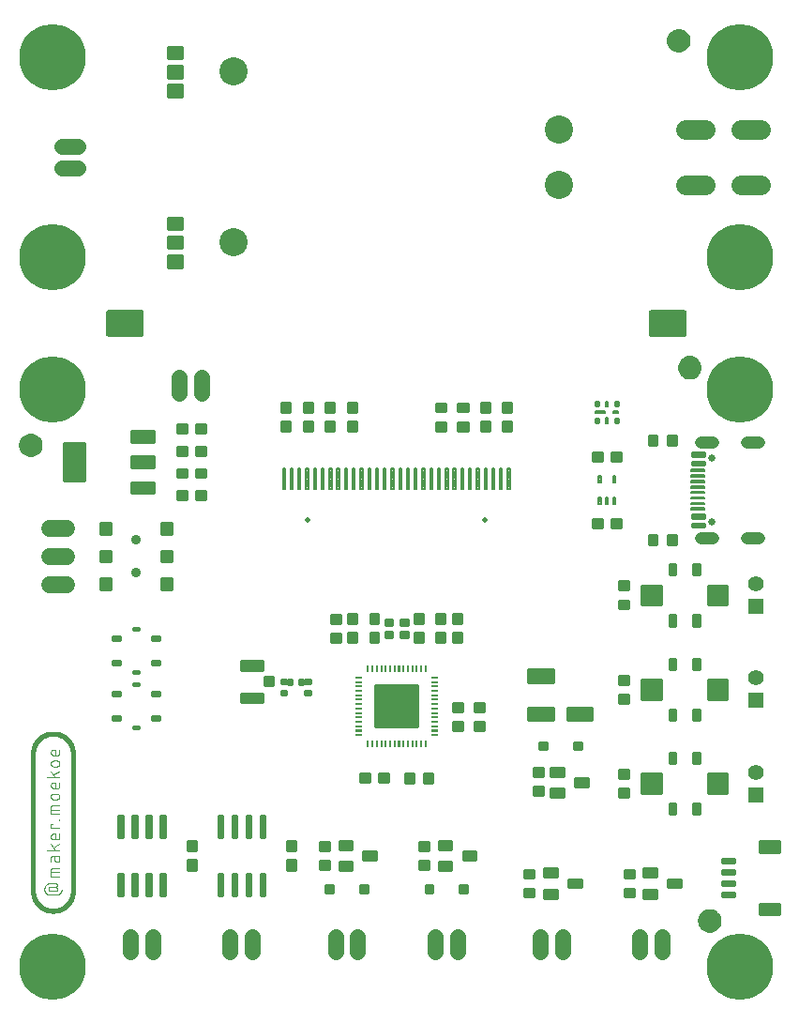
<source format=gbr>
G04 EAGLE Gerber RS-274X export*
G75*
%MOMM*%
%FSLAX34Y34*%
%LPD*%
%INSoldermask Top*%
%IPPOS*%
%AMOC8*
5,1,8,0,0,1.08239X$1,22.5*%
G01*
%ADD10C,0.101600*%
%ADD11C,0.400000*%
%ADD12C,0.260000*%
%ADD13C,0.250000*%
%ADD14C,0.252000*%
%ADD15C,2.540000*%
%ADD16C,0.200000*%
%ADD17C,0.500000*%
%ADD18C,1.800000*%
%ADD19C,1.422400*%
%ADD20C,0.300000*%
%ADD21C,1.108000*%
%ADD22C,0.650000*%
%ADD23C,0.253000*%
%ADD24C,0.137500*%
%ADD25C,0.150000*%
%ADD26C,0.225000*%
%ADD27R,1.422400X1.422400*%
%ADD28C,1.422400*%
%ADD29C,0.900000*%
%ADD30C,1.524000*%
%ADD31C,0.256000*%
%ADD32C,0.090000*%
%ADD33C,0.240000*%
%ADD34C,0.256031*%
%ADD35C,0.264000*%
%ADD36C,6.000000*%

G36*
X610030Y608004D02*
X610030Y608004D01*
X610060Y608002D01*
X610229Y608024D01*
X610397Y608041D01*
X610426Y608050D01*
X610456Y608054D01*
X610617Y608109D01*
X610779Y608159D01*
X610806Y608173D01*
X610834Y608183D01*
X610980Y608269D01*
X611129Y608350D01*
X611153Y608370D01*
X611179Y608385D01*
X611305Y608498D01*
X611435Y608608D01*
X611454Y608632D01*
X611476Y608652D01*
X611577Y608788D01*
X611683Y608921D01*
X611697Y608948D01*
X611715Y608972D01*
X611787Y609125D01*
X611864Y609277D01*
X611872Y609306D01*
X611885Y609333D01*
X611925Y609499D01*
X611970Y609662D01*
X611973Y609692D01*
X611980Y609721D01*
X611999Y610000D01*
X611999Y630000D01*
X611997Y630027D01*
X611998Y630053D01*
X611998Y630055D01*
X611998Y630060D01*
X611976Y630229D01*
X611959Y630397D01*
X611950Y630426D01*
X611946Y630456D01*
X611891Y630617D01*
X611841Y630779D01*
X611827Y630806D01*
X611817Y630834D01*
X611731Y630980D01*
X611650Y631129D01*
X611630Y631153D01*
X611615Y631179D01*
X611502Y631305D01*
X611392Y631435D01*
X611369Y631454D01*
X611348Y631476D01*
X611212Y631577D01*
X611079Y631683D01*
X611052Y631697D01*
X611028Y631715D01*
X610875Y631787D01*
X610723Y631864D01*
X610694Y631872D01*
X610667Y631885D01*
X610501Y631925D01*
X610338Y631970D01*
X610308Y631973D01*
X610279Y631980D01*
X610000Y631999D01*
X580000Y631999D01*
X579970Y631996D01*
X579940Y631998D01*
X579771Y631976D01*
X579603Y631959D01*
X579574Y631950D01*
X579544Y631946D01*
X579383Y631891D01*
X579221Y631841D01*
X579194Y631827D01*
X579166Y631817D01*
X579020Y631731D01*
X578871Y631650D01*
X578847Y631630D01*
X578821Y631615D01*
X578695Y631502D01*
X578565Y631392D01*
X578546Y631369D01*
X578524Y631348D01*
X578423Y631212D01*
X578317Y631079D01*
X578303Y631052D01*
X578285Y631028D01*
X578213Y630875D01*
X578136Y630723D01*
X578128Y630694D01*
X578115Y630667D01*
X578075Y630501D01*
X578030Y630338D01*
X578027Y630308D01*
X578020Y630279D01*
X578001Y630000D01*
X578001Y610000D01*
X578004Y609970D01*
X578002Y609940D01*
X578024Y609771D01*
X578041Y609603D01*
X578050Y609574D01*
X578054Y609544D01*
X578109Y609383D01*
X578159Y609221D01*
X578173Y609194D01*
X578183Y609166D01*
X578269Y609020D01*
X578350Y608871D01*
X578370Y608847D01*
X578385Y608821D01*
X578498Y608695D01*
X578608Y608565D01*
X578632Y608546D01*
X578652Y608524D01*
X578788Y608423D01*
X578921Y608317D01*
X578948Y608303D01*
X578972Y608285D01*
X579125Y608213D01*
X579277Y608136D01*
X579306Y608128D01*
X579333Y608115D01*
X579499Y608075D01*
X579662Y608030D01*
X579692Y608027D01*
X579721Y608020D01*
X580000Y608001D01*
X610000Y608001D01*
X610030Y608004D01*
G37*
G36*
X120030Y608004D02*
X120030Y608004D01*
X120060Y608002D01*
X120229Y608024D01*
X120397Y608041D01*
X120426Y608050D01*
X120456Y608054D01*
X120617Y608109D01*
X120779Y608159D01*
X120806Y608173D01*
X120834Y608183D01*
X120980Y608269D01*
X121129Y608350D01*
X121153Y608370D01*
X121179Y608385D01*
X121305Y608498D01*
X121435Y608608D01*
X121454Y608632D01*
X121476Y608652D01*
X121577Y608788D01*
X121683Y608921D01*
X121697Y608948D01*
X121715Y608972D01*
X121787Y609125D01*
X121864Y609277D01*
X121872Y609306D01*
X121885Y609333D01*
X121925Y609499D01*
X121970Y609662D01*
X121973Y609692D01*
X121980Y609721D01*
X121999Y610000D01*
X121999Y630000D01*
X121997Y630027D01*
X121998Y630053D01*
X121998Y630055D01*
X121998Y630060D01*
X121976Y630229D01*
X121959Y630397D01*
X121950Y630426D01*
X121946Y630456D01*
X121891Y630617D01*
X121841Y630779D01*
X121827Y630806D01*
X121817Y630834D01*
X121731Y630980D01*
X121650Y631129D01*
X121630Y631153D01*
X121615Y631179D01*
X121502Y631305D01*
X121392Y631435D01*
X121369Y631454D01*
X121348Y631476D01*
X121212Y631577D01*
X121079Y631683D01*
X121052Y631697D01*
X121028Y631715D01*
X120875Y631787D01*
X120723Y631864D01*
X120694Y631872D01*
X120667Y631885D01*
X120501Y631925D01*
X120338Y631970D01*
X120308Y631973D01*
X120279Y631980D01*
X120000Y631999D01*
X90000Y631999D01*
X89970Y631996D01*
X89940Y631998D01*
X89771Y631976D01*
X89603Y631959D01*
X89574Y631950D01*
X89544Y631946D01*
X89383Y631891D01*
X89221Y631841D01*
X89194Y631827D01*
X89166Y631817D01*
X89020Y631731D01*
X88871Y631650D01*
X88847Y631630D01*
X88821Y631615D01*
X88695Y631502D01*
X88565Y631392D01*
X88546Y631369D01*
X88524Y631348D01*
X88423Y631212D01*
X88317Y631079D01*
X88303Y631052D01*
X88285Y631028D01*
X88213Y630875D01*
X88136Y630723D01*
X88128Y630694D01*
X88115Y630667D01*
X88075Y630501D01*
X88030Y630338D01*
X88027Y630308D01*
X88020Y630279D01*
X88001Y630000D01*
X88001Y610000D01*
X88004Y609970D01*
X88002Y609940D01*
X88024Y609771D01*
X88041Y609603D01*
X88050Y609574D01*
X88054Y609544D01*
X88109Y609383D01*
X88159Y609221D01*
X88173Y609194D01*
X88183Y609166D01*
X88269Y609020D01*
X88350Y608871D01*
X88370Y608847D01*
X88385Y608821D01*
X88498Y608695D01*
X88608Y608565D01*
X88632Y608546D01*
X88652Y608524D01*
X88788Y608423D01*
X88921Y608317D01*
X88948Y608303D01*
X88972Y608285D01*
X89125Y608213D01*
X89277Y608136D01*
X89306Y608128D01*
X89333Y608115D01*
X89499Y608075D01*
X89662Y608030D01*
X89692Y608027D01*
X89721Y608020D01*
X90000Y608001D01*
X120000Y608001D01*
X120030Y608004D01*
G37*
G36*
X606792Y864520D02*
X606792Y864520D01*
X606835Y864532D01*
X606901Y864539D01*
X608584Y864990D01*
X608625Y865009D01*
X608688Y865028D01*
X610268Y865765D01*
X610305Y865791D01*
X610364Y865820D01*
X611792Y866820D01*
X611823Y866852D01*
X611876Y866891D01*
X613109Y868124D01*
X613134Y868160D01*
X613180Y868208D01*
X614180Y869636D01*
X614198Y869677D01*
X614235Y869732D01*
X614972Y871312D01*
X614983Y871355D01*
X615010Y871416D01*
X615461Y873099D01*
X615463Y873131D01*
X615470Y873152D01*
X615470Y873167D01*
X615480Y873208D01*
X615632Y874945D01*
X615628Y874989D01*
X615632Y875055D01*
X615480Y876792D01*
X615468Y876835D01*
X615461Y876901D01*
X615010Y878584D01*
X614991Y878625D01*
X614972Y878688D01*
X614235Y880268D01*
X614209Y880305D01*
X614180Y880364D01*
X613180Y881792D01*
X613148Y881823D01*
X613109Y881876D01*
X611876Y883109D01*
X611840Y883134D01*
X611792Y883180D01*
X610364Y884180D01*
X610323Y884198D01*
X610268Y884235D01*
X608688Y884972D01*
X608645Y884983D01*
X608584Y885010D01*
X606901Y885461D01*
X606856Y885464D01*
X606792Y885480D01*
X605055Y885632D01*
X605011Y885628D01*
X604945Y885632D01*
X603208Y885480D01*
X603165Y885468D01*
X603099Y885461D01*
X601416Y885010D01*
X601375Y884991D01*
X601312Y884972D01*
X599732Y884235D01*
X599695Y884209D01*
X599636Y884180D01*
X598208Y883180D01*
X598177Y883148D01*
X598124Y883109D01*
X596891Y881876D01*
X596866Y881840D01*
X596820Y881792D01*
X595820Y880364D01*
X595802Y880323D01*
X595765Y880268D01*
X595028Y878688D01*
X595017Y878645D01*
X594990Y878584D01*
X594539Y876901D01*
X594536Y876856D01*
X594520Y876792D01*
X594368Y875055D01*
X594372Y875011D01*
X594368Y874945D01*
X594520Y873208D01*
X594532Y873165D01*
X594536Y873131D01*
X594536Y873115D01*
X594538Y873110D01*
X594539Y873099D01*
X594990Y871416D01*
X595009Y871375D01*
X595028Y871312D01*
X595765Y869732D01*
X595791Y869695D01*
X595820Y869636D01*
X596820Y868208D01*
X596852Y868177D01*
X596891Y868124D01*
X598124Y866891D01*
X598160Y866866D01*
X598208Y866820D01*
X599636Y865820D01*
X599677Y865802D01*
X599732Y865765D01*
X601312Y865028D01*
X601355Y865017D01*
X601416Y864990D01*
X603099Y864539D01*
X603144Y864536D01*
X603208Y864520D01*
X604945Y864368D01*
X604989Y864372D01*
X605055Y864368D01*
X606792Y864520D01*
G37*
G36*
X616792Y569520D02*
X616792Y569520D01*
X616835Y569532D01*
X616901Y569539D01*
X618584Y569990D01*
X618625Y570009D01*
X618688Y570028D01*
X620268Y570765D01*
X620305Y570791D01*
X620364Y570820D01*
X621792Y571820D01*
X621823Y571852D01*
X621876Y571891D01*
X623109Y573124D01*
X623134Y573160D01*
X623180Y573208D01*
X624180Y574636D01*
X624198Y574677D01*
X624235Y574732D01*
X624972Y576312D01*
X624983Y576355D01*
X625010Y576416D01*
X625461Y578099D01*
X625463Y578131D01*
X625470Y578152D01*
X625470Y578167D01*
X625480Y578208D01*
X625632Y579945D01*
X625628Y579989D01*
X625632Y580055D01*
X625480Y581792D01*
X625468Y581835D01*
X625461Y581901D01*
X625010Y583584D01*
X624991Y583625D01*
X624972Y583688D01*
X624235Y585268D01*
X624209Y585305D01*
X624180Y585364D01*
X623180Y586792D01*
X623148Y586823D01*
X623109Y586876D01*
X621876Y588109D01*
X621840Y588134D01*
X621792Y588180D01*
X620364Y589180D01*
X620323Y589198D01*
X620268Y589235D01*
X618688Y589972D01*
X618645Y589983D01*
X618584Y590010D01*
X616901Y590461D01*
X616856Y590464D01*
X616792Y590480D01*
X615055Y590632D01*
X615011Y590628D01*
X614945Y590632D01*
X613208Y590480D01*
X613165Y590468D01*
X613099Y590461D01*
X611416Y590010D01*
X611375Y589991D01*
X611312Y589972D01*
X609732Y589235D01*
X609695Y589209D01*
X609636Y589180D01*
X608208Y588180D01*
X608177Y588148D01*
X608124Y588109D01*
X606891Y586876D01*
X606866Y586840D01*
X606820Y586792D01*
X605820Y585364D01*
X605802Y585323D01*
X605765Y585268D01*
X605028Y583688D01*
X605017Y583645D01*
X604990Y583584D01*
X604539Y581901D01*
X604536Y581856D01*
X604520Y581792D01*
X604368Y580055D01*
X604372Y580011D01*
X604368Y579945D01*
X604520Y578208D01*
X604532Y578165D01*
X604536Y578131D01*
X604536Y578115D01*
X604538Y578110D01*
X604539Y578099D01*
X604990Y576416D01*
X605009Y576375D01*
X605028Y576312D01*
X605765Y574732D01*
X605791Y574695D01*
X605820Y574636D01*
X606820Y573208D01*
X606852Y573177D01*
X606891Y573124D01*
X608124Y571891D01*
X608160Y571866D01*
X608208Y571820D01*
X609636Y570820D01*
X609677Y570802D01*
X609732Y570765D01*
X611312Y570028D01*
X611355Y570017D01*
X611416Y569990D01*
X613099Y569539D01*
X613144Y569536D01*
X613208Y569520D01*
X614945Y569368D01*
X614989Y569372D01*
X615055Y569368D01*
X616792Y569520D01*
G37*
G36*
X21792Y499520D02*
X21792Y499520D01*
X21835Y499532D01*
X21901Y499539D01*
X23584Y499990D01*
X23625Y500009D01*
X23688Y500028D01*
X25268Y500765D01*
X25305Y500791D01*
X25364Y500820D01*
X26792Y501820D01*
X26823Y501852D01*
X26876Y501891D01*
X28109Y503124D01*
X28134Y503160D01*
X28180Y503208D01*
X29180Y504636D01*
X29198Y504677D01*
X29235Y504732D01*
X29972Y506312D01*
X29983Y506355D01*
X30010Y506416D01*
X30461Y508099D01*
X30463Y508131D01*
X30470Y508152D01*
X30470Y508167D01*
X30480Y508208D01*
X30632Y509945D01*
X30628Y509989D01*
X30632Y510055D01*
X30480Y511792D01*
X30468Y511835D01*
X30461Y511901D01*
X30010Y513584D01*
X29991Y513625D01*
X29972Y513688D01*
X29235Y515268D01*
X29209Y515305D01*
X29180Y515364D01*
X28180Y516792D01*
X28148Y516823D01*
X28109Y516876D01*
X26876Y518109D01*
X26840Y518134D01*
X26792Y518180D01*
X25364Y519180D01*
X25323Y519198D01*
X25268Y519235D01*
X23688Y519972D01*
X23645Y519983D01*
X23584Y520010D01*
X21901Y520461D01*
X21856Y520464D01*
X21792Y520480D01*
X20055Y520632D01*
X20011Y520628D01*
X19945Y520632D01*
X18208Y520480D01*
X18165Y520468D01*
X18099Y520461D01*
X16416Y520010D01*
X16375Y519991D01*
X16312Y519972D01*
X14732Y519235D01*
X14695Y519209D01*
X14636Y519180D01*
X13208Y518180D01*
X13177Y518148D01*
X13124Y518109D01*
X11891Y516876D01*
X11866Y516840D01*
X11820Y516792D01*
X10820Y515364D01*
X10802Y515323D01*
X10765Y515268D01*
X10028Y513688D01*
X10017Y513645D01*
X9990Y513584D01*
X9539Y511901D01*
X9536Y511856D01*
X9520Y511792D01*
X9368Y510055D01*
X9372Y510011D01*
X9368Y509945D01*
X9520Y508208D01*
X9532Y508165D01*
X9536Y508131D01*
X9536Y508115D01*
X9538Y508110D01*
X9539Y508099D01*
X9990Y506416D01*
X10009Y506375D01*
X10028Y506312D01*
X10765Y504732D01*
X10791Y504695D01*
X10820Y504636D01*
X11820Y503208D01*
X11852Y503177D01*
X11891Y503124D01*
X13124Y501891D01*
X13160Y501866D01*
X13208Y501820D01*
X14636Y500820D01*
X14677Y500802D01*
X14732Y500765D01*
X16312Y500028D01*
X16355Y500017D01*
X16416Y499990D01*
X18099Y499539D01*
X18144Y499536D01*
X18208Y499520D01*
X19945Y499368D01*
X19989Y499372D01*
X20055Y499368D01*
X21792Y499520D01*
G37*
G36*
X634792Y70520D02*
X634792Y70520D01*
X634835Y70532D01*
X634901Y70539D01*
X636584Y70990D01*
X636625Y71009D01*
X636688Y71028D01*
X638268Y71765D01*
X638305Y71791D01*
X638364Y71820D01*
X639792Y72820D01*
X639823Y72852D01*
X639876Y72891D01*
X641109Y74124D01*
X641134Y74160D01*
X641180Y74208D01*
X642180Y75636D01*
X642198Y75677D01*
X642235Y75732D01*
X642972Y77312D01*
X642983Y77355D01*
X643010Y77416D01*
X643461Y79099D01*
X643463Y79131D01*
X643470Y79152D01*
X643470Y79167D01*
X643480Y79208D01*
X643632Y80945D01*
X643628Y80989D01*
X643632Y81055D01*
X643480Y82792D01*
X643468Y82835D01*
X643461Y82901D01*
X643010Y84584D01*
X642991Y84625D01*
X642972Y84688D01*
X642235Y86268D01*
X642209Y86305D01*
X642180Y86364D01*
X641180Y87792D01*
X641148Y87823D01*
X641109Y87876D01*
X639876Y89109D01*
X639840Y89134D01*
X639792Y89180D01*
X638364Y90180D01*
X638323Y90198D01*
X638268Y90235D01*
X636688Y90972D01*
X636645Y90983D01*
X636584Y91010D01*
X634901Y91461D01*
X634856Y91464D01*
X634792Y91480D01*
X633055Y91632D01*
X633011Y91628D01*
X632945Y91632D01*
X631208Y91480D01*
X631165Y91468D01*
X631099Y91461D01*
X629416Y91010D01*
X629375Y90991D01*
X629312Y90972D01*
X627732Y90235D01*
X627695Y90209D01*
X627636Y90180D01*
X626208Y89180D01*
X626177Y89148D01*
X626124Y89109D01*
X624891Y87876D01*
X624866Y87840D01*
X624820Y87792D01*
X623820Y86364D01*
X623802Y86323D01*
X623765Y86268D01*
X623028Y84688D01*
X623017Y84645D01*
X622990Y84584D01*
X622539Y82901D01*
X622536Y82856D01*
X622520Y82792D01*
X622368Y81055D01*
X622372Y81011D01*
X622368Y80945D01*
X622520Y79208D01*
X622532Y79165D01*
X622536Y79131D01*
X622536Y79115D01*
X622538Y79110D01*
X622539Y79099D01*
X622990Y77416D01*
X623009Y77375D01*
X623028Y77312D01*
X623765Y75732D01*
X623791Y75695D01*
X623820Y75636D01*
X624820Y74208D01*
X624852Y74177D01*
X624891Y74124D01*
X626124Y72891D01*
X626160Y72866D01*
X626208Y72820D01*
X627636Y71820D01*
X627677Y71802D01*
X627732Y71765D01*
X629312Y71028D01*
X629355Y71017D01*
X629416Y70990D01*
X631099Y70539D01*
X631144Y70536D01*
X631208Y70520D01*
X632945Y70368D01*
X632989Y70372D01*
X633055Y70368D01*
X634792Y70520D01*
G37*
D10*
X36105Y111714D02*
X36105Y109767D01*
X36106Y109767D02*
X36108Y109680D01*
X36114Y109592D01*
X36124Y109506D01*
X36137Y109419D01*
X36155Y109334D01*
X36176Y109249D01*
X36201Y109165D01*
X36230Y109083D01*
X36263Y109002D01*
X36299Y108922D01*
X36338Y108844D01*
X36382Y108768D01*
X36428Y108694D01*
X36478Y108623D01*
X36531Y108553D01*
X36587Y108486D01*
X36646Y108422D01*
X36708Y108360D01*
X36772Y108301D01*
X36839Y108245D01*
X36909Y108192D01*
X36980Y108142D01*
X37054Y108096D01*
X37130Y108052D01*
X37208Y108013D01*
X37288Y107977D01*
X37369Y107944D01*
X37451Y107915D01*
X37535Y107890D01*
X37620Y107869D01*
X37705Y107851D01*
X37792Y107838D01*
X37878Y107828D01*
X37966Y107822D01*
X38053Y107820D01*
X38053Y107819D02*
X41947Y107819D01*
X41947Y107820D02*
X42034Y107822D01*
X42122Y107828D01*
X42208Y107838D01*
X42295Y107851D01*
X42380Y107869D01*
X42465Y107890D01*
X42549Y107915D01*
X42631Y107944D01*
X42712Y107977D01*
X42792Y108013D01*
X42870Y108052D01*
X42946Y108096D01*
X43020Y108142D01*
X43091Y108192D01*
X43161Y108245D01*
X43228Y108301D01*
X43292Y108360D01*
X43354Y108422D01*
X43413Y108486D01*
X43469Y108553D01*
X43522Y108623D01*
X43572Y108694D01*
X43618Y108768D01*
X43662Y108844D01*
X43701Y108922D01*
X43737Y109002D01*
X43770Y109083D01*
X43799Y109165D01*
X43824Y109249D01*
X43845Y109334D01*
X43863Y109419D01*
X43876Y109506D01*
X43886Y109592D01*
X43892Y109680D01*
X43894Y109767D01*
X43892Y109854D01*
X43886Y109942D01*
X43876Y110028D01*
X43863Y110115D01*
X43845Y110200D01*
X43824Y110285D01*
X43799Y110369D01*
X43770Y110451D01*
X43737Y110532D01*
X43701Y110612D01*
X43662Y110690D01*
X43618Y110766D01*
X43572Y110840D01*
X43522Y110911D01*
X43469Y110981D01*
X43413Y111048D01*
X43354Y111112D01*
X43292Y111174D01*
X43228Y111233D01*
X43161Y111289D01*
X43091Y111342D01*
X43020Y111392D01*
X42946Y111438D01*
X42870Y111482D01*
X42792Y111521D01*
X42712Y111557D01*
X42631Y111590D01*
X42549Y111619D01*
X42465Y111644D01*
X42380Y111665D01*
X42295Y111683D01*
X42208Y111696D01*
X42122Y111706D01*
X42034Y111712D01*
X41947Y111714D01*
X42272Y111714D02*
X36105Y111714D01*
X42272Y111714D02*
X42352Y111716D01*
X42431Y111722D01*
X42510Y111732D01*
X42589Y111745D01*
X42666Y111763D01*
X42743Y111784D01*
X42819Y111809D01*
X42893Y111838D01*
X42966Y111870D01*
X43037Y111906D01*
X43106Y111945D01*
X43174Y111988D01*
X43239Y112033D01*
X43302Y112082D01*
X43362Y112134D01*
X43420Y112189D01*
X43475Y112247D01*
X43527Y112307D01*
X43576Y112370D01*
X43621Y112435D01*
X43664Y112503D01*
X43703Y112572D01*
X43739Y112643D01*
X43771Y112716D01*
X43800Y112790D01*
X43825Y112866D01*
X43846Y112943D01*
X43864Y113020D01*
X43877Y113099D01*
X43887Y113178D01*
X43893Y113257D01*
X43895Y113337D01*
X43893Y113417D01*
X43887Y113496D01*
X43877Y113575D01*
X43864Y113654D01*
X43846Y113731D01*
X43825Y113808D01*
X43800Y113884D01*
X43771Y113958D01*
X43739Y114031D01*
X43703Y114102D01*
X43664Y114171D01*
X43621Y114239D01*
X43576Y114304D01*
X43527Y114367D01*
X43475Y114427D01*
X43420Y114485D01*
X43362Y114540D01*
X43302Y114592D01*
X43239Y114641D01*
X43174Y114686D01*
X43106Y114729D01*
X43037Y114768D01*
X42966Y114804D01*
X42893Y114836D01*
X42819Y114865D01*
X42743Y114890D01*
X42666Y114911D01*
X42589Y114929D01*
X42510Y114942D01*
X42431Y114952D01*
X42352Y114958D01*
X42272Y114960D01*
X37404Y114960D01*
X37261Y114958D01*
X37118Y114952D01*
X36975Y114942D01*
X36833Y114928D01*
X36691Y114911D01*
X36549Y114889D01*
X36408Y114864D01*
X36268Y114834D01*
X36129Y114801D01*
X35991Y114764D01*
X35854Y114723D01*
X35718Y114679D01*
X35583Y114630D01*
X35450Y114578D01*
X35318Y114523D01*
X35188Y114463D01*
X35059Y114400D01*
X34932Y114334D01*
X34808Y114264D01*
X34685Y114191D01*
X34564Y114114D01*
X34445Y114034D01*
X34329Y113951D01*
X34214Y113865D01*
X34103Y113776D01*
X33993Y113683D01*
X33887Y113588D01*
X33783Y113489D01*
X33682Y113388D01*
X33583Y113284D01*
X33488Y113178D01*
X33395Y113068D01*
X33306Y112957D01*
X33220Y112842D01*
X33137Y112726D01*
X33057Y112607D01*
X32980Y112486D01*
X32907Y112364D01*
X32837Y112239D01*
X32771Y112112D01*
X32708Y111983D01*
X32648Y111853D01*
X32593Y111721D01*
X32541Y111588D01*
X32492Y111453D01*
X32448Y111317D01*
X32407Y111180D01*
X32370Y111042D01*
X32337Y110903D01*
X32307Y110763D01*
X32282Y110622D01*
X32260Y110480D01*
X32243Y110338D01*
X32229Y110196D01*
X32219Y110053D01*
X32213Y109910D01*
X32211Y109767D01*
X32213Y109624D01*
X32219Y109481D01*
X32229Y109338D01*
X32243Y109196D01*
X32260Y109054D01*
X32282Y108912D01*
X32307Y108771D01*
X32337Y108631D01*
X32370Y108492D01*
X32407Y108354D01*
X32448Y108217D01*
X32492Y108081D01*
X32541Y107946D01*
X32593Y107813D01*
X32648Y107681D01*
X32708Y107551D01*
X32771Y107422D01*
X32837Y107295D01*
X32907Y107171D01*
X32980Y107048D01*
X33057Y106927D01*
X33137Y106808D01*
X33220Y106692D01*
X33306Y106577D01*
X33395Y106466D01*
X33488Y106356D01*
X33583Y106250D01*
X33682Y106146D01*
X33783Y106045D01*
X33887Y105946D01*
X33993Y105851D01*
X34103Y105758D01*
X34214Y105669D01*
X34329Y105583D01*
X34445Y105500D01*
X34564Y105420D01*
X34685Y105343D01*
X34807Y105270D01*
X34932Y105200D01*
X35059Y105134D01*
X35188Y105071D01*
X35318Y105011D01*
X35450Y104956D01*
X35583Y104904D01*
X35718Y104855D01*
X35854Y104811D01*
X35991Y104770D01*
X36129Y104733D01*
X36268Y104700D01*
X36408Y104670D01*
X36549Y104645D01*
X36691Y104623D01*
X36833Y104606D01*
X36975Y104592D01*
X37118Y104582D01*
X37261Y104576D01*
X37404Y104574D01*
X42921Y104574D01*
X43059Y104576D01*
X43197Y104582D01*
X43335Y104592D01*
X43473Y104605D01*
X43610Y104623D01*
X43747Y104644D01*
X43883Y104670D01*
X44018Y104699D01*
X44152Y104732D01*
X44285Y104769D01*
X44418Y104809D01*
X44549Y104853D01*
X44678Y104901D01*
X44807Y104953D01*
X44933Y105008D01*
X45059Y105067D01*
X45182Y105129D01*
X45304Y105195D01*
X45423Y105264D01*
X45541Y105337D01*
X45657Y105413D01*
X45770Y105492D01*
X45881Y105574D01*
X45990Y105660D01*
X46096Y105748D01*
X46200Y105840D01*
X46301Y105934D01*
X46399Y106031D01*
X46495Y106131D01*
X46588Y106234D01*
X46677Y106339D01*
X46764Y106447D01*
X46848Y106557D01*
X46928Y106669D01*
X47006Y106784D01*
X47080Y106901D01*
X47150Y107019D01*
X47218Y107140D01*
X47281Y107263D01*
X47342Y107387D01*
X47399Y107513D01*
X47452Y107641D01*
X47501Y107770D01*
X47547Y107901D01*
X47589Y108032D01*
X47628Y108165D01*
X47662Y108299D01*
X47693Y108434D01*
X47720Y108569D01*
X47743Y108706D01*
X47763Y108843D01*
X47778Y108980D01*
X47789Y109118D01*
X45842Y121112D02*
X38053Y121112D01*
X38053Y126954D01*
X38055Y127041D01*
X38061Y127129D01*
X38071Y127215D01*
X38084Y127302D01*
X38102Y127387D01*
X38123Y127472D01*
X38148Y127556D01*
X38177Y127638D01*
X38210Y127719D01*
X38246Y127799D01*
X38285Y127877D01*
X38329Y127953D01*
X38375Y128027D01*
X38425Y128098D01*
X38478Y128168D01*
X38534Y128235D01*
X38593Y128299D01*
X38655Y128361D01*
X38719Y128420D01*
X38786Y128476D01*
X38856Y128529D01*
X38927Y128579D01*
X39001Y128625D01*
X39077Y128669D01*
X39155Y128708D01*
X39235Y128744D01*
X39316Y128777D01*
X39398Y128806D01*
X39482Y128831D01*
X39567Y128852D01*
X39652Y128870D01*
X39739Y128883D01*
X39825Y128893D01*
X39913Y128899D01*
X40000Y128901D01*
X45842Y128901D01*
X45842Y125007D02*
X38053Y125007D01*
X41298Y136434D02*
X41298Y139355D01*
X41298Y136434D02*
X41300Y136340D01*
X41306Y136246D01*
X41315Y136153D01*
X41329Y136060D01*
X41346Y135968D01*
X41368Y135876D01*
X41392Y135786D01*
X41421Y135696D01*
X41453Y135608D01*
X41489Y135521D01*
X41529Y135436D01*
X41572Y135353D01*
X41618Y135271D01*
X41668Y135191D01*
X41721Y135114D01*
X41777Y135039D01*
X41836Y134966D01*
X41898Y134895D01*
X41963Y134827D01*
X42031Y134762D01*
X42102Y134700D01*
X42175Y134641D01*
X42250Y134585D01*
X42327Y134532D01*
X42407Y134482D01*
X42489Y134436D01*
X42572Y134393D01*
X42657Y134353D01*
X42744Y134317D01*
X42832Y134285D01*
X42922Y134256D01*
X43012Y134232D01*
X43104Y134210D01*
X43196Y134193D01*
X43289Y134179D01*
X43382Y134170D01*
X43476Y134164D01*
X43570Y134162D01*
X43664Y134164D01*
X43758Y134170D01*
X43851Y134179D01*
X43944Y134193D01*
X44036Y134210D01*
X44128Y134232D01*
X44218Y134256D01*
X44308Y134285D01*
X44396Y134317D01*
X44483Y134353D01*
X44568Y134393D01*
X44651Y134436D01*
X44733Y134482D01*
X44813Y134532D01*
X44890Y134585D01*
X44965Y134641D01*
X45038Y134700D01*
X45109Y134762D01*
X45177Y134827D01*
X45242Y134895D01*
X45304Y134966D01*
X45363Y135039D01*
X45419Y135114D01*
X45472Y135191D01*
X45522Y135271D01*
X45568Y135353D01*
X45611Y135436D01*
X45651Y135521D01*
X45687Y135608D01*
X45719Y135696D01*
X45748Y135786D01*
X45772Y135876D01*
X45794Y135968D01*
X45811Y136060D01*
X45825Y136153D01*
X45834Y136246D01*
X45840Y136340D01*
X45842Y136434D01*
X45842Y139355D01*
X40000Y139355D01*
X39913Y139353D01*
X39825Y139347D01*
X39739Y139337D01*
X39652Y139324D01*
X39567Y139306D01*
X39482Y139285D01*
X39398Y139260D01*
X39316Y139231D01*
X39235Y139198D01*
X39155Y139162D01*
X39077Y139123D01*
X39001Y139079D01*
X38927Y139033D01*
X38856Y138983D01*
X38786Y138930D01*
X38719Y138874D01*
X38655Y138815D01*
X38593Y138753D01*
X38534Y138689D01*
X38478Y138622D01*
X38425Y138552D01*
X38375Y138481D01*
X38329Y138407D01*
X38285Y138331D01*
X38246Y138253D01*
X38210Y138173D01*
X38177Y138092D01*
X38148Y138010D01*
X38123Y137926D01*
X38102Y137841D01*
X38084Y137756D01*
X38071Y137669D01*
X38061Y137583D01*
X38055Y137495D01*
X38053Y137408D01*
X38053Y134812D01*
X34158Y145025D02*
X45842Y145025D01*
X41947Y145025D02*
X38053Y150218D01*
X40325Y147297D02*
X45842Y150218D01*
X45842Y156362D02*
X45842Y159607D01*
X45842Y156362D02*
X45840Y156275D01*
X45834Y156187D01*
X45824Y156101D01*
X45811Y156014D01*
X45793Y155929D01*
X45772Y155844D01*
X45747Y155760D01*
X45718Y155678D01*
X45685Y155597D01*
X45649Y155517D01*
X45610Y155439D01*
X45566Y155363D01*
X45520Y155289D01*
X45470Y155218D01*
X45417Y155148D01*
X45361Y155081D01*
X45302Y155017D01*
X45240Y154955D01*
X45176Y154896D01*
X45109Y154840D01*
X45039Y154787D01*
X44968Y154737D01*
X44894Y154691D01*
X44818Y154647D01*
X44740Y154608D01*
X44660Y154572D01*
X44579Y154539D01*
X44497Y154510D01*
X44413Y154485D01*
X44328Y154464D01*
X44243Y154446D01*
X44156Y154433D01*
X44070Y154423D01*
X43982Y154417D01*
X43895Y154415D01*
X43895Y154414D02*
X40649Y154414D01*
X40649Y154415D02*
X40548Y154417D01*
X40448Y154423D01*
X40348Y154433D01*
X40248Y154446D01*
X40149Y154464D01*
X40050Y154485D01*
X39953Y154510D01*
X39856Y154539D01*
X39761Y154572D01*
X39667Y154608D01*
X39575Y154648D01*
X39484Y154691D01*
X39395Y154738D01*
X39308Y154788D01*
X39222Y154842D01*
X39139Y154899D01*
X39059Y154959D01*
X38980Y155022D01*
X38904Y155089D01*
X38831Y155158D01*
X38761Y155230D01*
X38693Y155304D01*
X38628Y155381D01*
X38567Y155461D01*
X38508Y155543D01*
X38453Y155627D01*
X38401Y155713D01*
X38352Y155801D01*
X38307Y155891D01*
X38265Y155983D01*
X38227Y156076D01*
X38193Y156171D01*
X38162Y156266D01*
X38135Y156363D01*
X38112Y156461D01*
X38092Y156560D01*
X38077Y156660D01*
X38065Y156760D01*
X38057Y156860D01*
X38053Y156961D01*
X38053Y157061D01*
X38057Y157162D01*
X38065Y157262D01*
X38077Y157362D01*
X38092Y157462D01*
X38112Y157561D01*
X38135Y157659D01*
X38162Y157756D01*
X38193Y157851D01*
X38227Y157946D01*
X38265Y158039D01*
X38307Y158131D01*
X38352Y158221D01*
X38401Y158309D01*
X38453Y158395D01*
X38508Y158479D01*
X38567Y158561D01*
X38628Y158641D01*
X38693Y158718D01*
X38761Y158792D01*
X38831Y158864D01*
X38904Y158933D01*
X38980Y159000D01*
X39059Y159063D01*
X39139Y159123D01*
X39222Y159180D01*
X39308Y159234D01*
X39395Y159284D01*
X39484Y159331D01*
X39575Y159374D01*
X39667Y159414D01*
X39761Y159450D01*
X39856Y159483D01*
X39953Y159512D01*
X40050Y159537D01*
X40149Y159558D01*
X40248Y159576D01*
X40348Y159589D01*
X40448Y159599D01*
X40548Y159605D01*
X40649Y159607D01*
X41947Y159607D01*
X41947Y154414D01*
X45842Y164768D02*
X38053Y164768D01*
X38053Y168662D01*
X39351Y168662D01*
X45193Y171926D02*
X45842Y171926D01*
X45193Y171926D02*
X45193Y172575D01*
X45842Y172575D01*
X45842Y171926D01*
X45842Y177500D02*
X38053Y177500D01*
X38053Y183342D01*
X38055Y183429D01*
X38061Y183517D01*
X38071Y183603D01*
X38084Y183690D01*
X38102Y183775D01*
X38123Y183860D01*
X38148Y183944D01*
X38177Y184026D01*
X38210Y184107D01*
X38246Y184187D01*
X38285Y184265D01*
X38329Y184341D01*
X38375Y184415D01*
X38425Y184486D01*
X38478Y184556D01*
X38534Y184623D01*
X38593Y184687D01*
X38655Y184749D01*
X38719Y184808D01*
X38786Y184864D01*
X38856Y184917D01*
X38927Y184967D01*
X39001Y185013D01*
X39077Y185057D01*
X39155Y185096D01*
X39235Y185132D01*
X39316Y185165D01*
X39398Y185194D01*
X39482Y185219D01*
X39567Y185240D01*
X39652Y185258D01*
X39739Y185271D01*
X39825Y185281D01*
X39913Y185287D01*
X40000Y185289D01*
X45842Y185289D01*
X45842Y181395D02*
X38053Y181395D01*
X40649Y190609D02*
X43246Y190609D01*
X40649Y190610D02*
X40548Y190612D01*
X40448Y190618D01*
X40348Y190628D01*
X40248Y190641D01*
X40149Y190659D01*
X40050Y190680D01*
X39953Y190705D01*
X39856Y190734D01*
X39761Y190767D01*
X39667Y190803D01*
X39575Y190843D01*
X39484Y190886D01*
X39395Y190933D01*
X39308Y190983D01*
X39222Y191037D01*
X39139Y191094D01*
X39059Y191154D01*
X38980Y191217D01*
X38904Y191284D01*
X38831Y191353D01*
X38761Y191425D01*
X38693Y191499D01*
X38628Y191576D01*
X38567Y191656D01*
X38508Y191738D01*
X38453Y191822D01*
X38401Y191908D01*
X38352Y191996D01*
X38307Y192086D01*
X38265Y192178D01*
X38227Y192271D01*
X38193Y192366D01*
X38162Y192461D01*
X38135Y192558D01*
X38112Y192656D01*
X38092Y192755D01*
X38077Y192855D01*
X38065Y192955D01*
X38057Y193055D01*
X38053Y193156D01*
X38053Y193256D01*
X38057Y193357D01*
X38065Y193457D01*
X38077Y193557D01*
X38092Y193657D01*
X38112Y193756D01*
X38135Y193854D01*
X38162Y193951D01*
X38193Y194046D01*
X38227Y194141D01*
X38265Y194234D01*
X38307Y194326D01*
X38352Y194416D01*
X38401Y194504D01*
X38453Y194590D01*
X38508Y194674D01*
X38567Y194756D01*
X38628Y194836D01*
X38693Y194913D01*
X38761Y194987D01*
X38831Y195059D01*
X38904Y195128D01*
X38980Y195195D01*
X39059Y195258D01*
X39139Y195318D01*
X39222Y195375D01*
X39308Y195429D01*
X39395Y195479D01*
X39484Y195526D01*
X39575Y195569D01*
X39667Y195609D01*
X39761Y195645D01*
X39856Y195678D01*
X39953Y195707D01*
X40050Y195732D01*
X40149Y195753D01*
X40248Y195771D01*
X40348Y195784D01*
X40448Y195794D01*
X40548Y195800D01*
X40649Y195802D01*
X43246Y195802D01*
X43347Y195800D01*
X43447Y195794D01*
X43547Y195784D01*
X43647Y195771D01*
X43746Y195753D01*
X43845Y195732D01*
X43942Y195707D01*
X44039Y195678D01*
X44134Y195645D01*
X44228Y195609D01*
X44320Y195569D01*
X44411Y195526D01*
X44500Y195479D01*
X44587Y195429D01*
X44673Y195375D01*
X44756Y195318D01*
X44836Y195258D01*
X44915Y195195D01*
X44991Y195128D01*
X45064Y195059D01*
X45134Y194987D01*
X45202Y194913D01*
X45267Y194836D01*
X45328Y194756D01*
X45387Y194674D01*
X45442Y194590D01*
X45494Y194504D01*
X45543Y194416D01*
X45588Y194326D01*
X45630Y194234D01*
X45668Y194141D01*
X45702Y194046D01*
X45733Y193951D01*
X45760Y193854D01*
X45783Y193756D01*
X45803Y193657D01*
X45818Y193557D01*
X45830Y193457D01*
X45838Y193357D01*
X45842Y193256D01*
X45842Y193156D01*
X45838Y193055D01*
X45830Y192955D01*
X45818Y192855D01*
X45803Y192755D01*
X45783Y192656D01*
X45760Y192558D01*
X45733Y192461D01*
X45702Y192366D01*
X45668Y192271D01*
X45630Y192178D01*
X45588Y192086D01*
X45543Y191996D01*
X45494Y191908D01*
X45442Y191822D01*
X45387Y191738D01*
X45328Y191656D01*
X45267Y191576D01*
X45202Y191499D01*
X45134Y191425D01*
X45064Y191353D01*
X44991Y191284D01*
X44915Y191217D01*
X44836Y191154D01*
X44756Y191094D01*
X44673Y191037D01*
X44587Y190983D01*
X44500Y190933D01*
X44411Y190886D01*
X44320Y190843D01*
X44228Y190803D01*
X44134Y190767D01*
X44039Y190734D01*
X43942Y190705D01*
X43845Y190680D01*
X43746Y190659D01*
X43647Y190641D01*
X43547Y190628D01*
X43447Y190618D01*
X43347Y190612D01*
X43246Y190610D01*
X45842Y202463D02*
X45842Y205708D01*
X45842Y202463D02*
X45840Y202376D01*
X45834Y202288D01*
X45824Y202202D01*
X45811Y202115D01*
X45793Y202030D01*
X45772Y201945D01*
X45747Y201861D01*
X45718Y201779D01*
X45685Y201698D01*
X45649Y201618D01*
X45610Y201540D01*
X45566Y201464D01*
X45520Y201390D01*
X45470Y201319D01*
X45417Y201249D01*
X45361Y201182D01*
X45302Y201118D01*
X45240Y201056D01*
X45176Y200997D01*
X45109Y200941D01*
X45039Y200888D01*
X44968Y200838D01*
X44894Y200792D01*
X44818Y200748D01*
X44740Y200709D01*
X44660Y200673D01*
X44579Y200640D01*
X44497Y200611D01*
X44413Y200586D01*
X44328Y200565D01*
X44243Y200547D01*
X44156Y200534D01*
X44070Y200524D01*
X43982Y200518D01*
X43895Y200516D01*
X43895Y200515D02*
X40649Y200515D01*
X40649Y200516D02*
X40548Y200518D01*
X40448Y200524D01*
X40348Y200534D01*
X40248Y200547D01*
X40149Y200565D01*
X40050Y200586D01*
X39953Y200611D01*
X39856Y200640D01*
X39761Y200673D01*
X39667Y200709D01*
X39575Y200749D01*
X39484Y200792D01*
X39395Y200839D01*
X39308Y200889D01*
X39222Y200943D01*
X39139Y201000D01*
X39059Y201060D01*
X38980Y201123D01*
X38904Y201190D01*
X38831Y201259D01*
X38761Y201331D01*
X38693Y201405D01*
X38628Y201482D01*
X38567Y201562D01*
X38508Y201644D01*
X38453Y201728D01*
X38401Y201814D01*
X38352Y201902D01*
X38307Y201992D01*
X38265Y202084D01*
X38227Y202177D01*
X38193Y202272D01*
X38162Y202367D01*
X38135Y202464D01*
X38112Y202562D01*
X38092Y202661D01*
X38077Y202761D01*
X38065Y202861D01*
X38057Y202961D01*
X38053Y203062D01*
X38053Y203162D01*
X38057Y203263D01*
X38065Y203363D01*
X38077Y203463D01*
X38092Y203563D01*
X38112Y203662D01*
X38135Y203760D01*
X38162Y203857D01*
X38193Y203952D01*
X38227Y204047D01*
X38265Y204140D01*
X38307Y204232D01*
X38352Y204322D01*
X38401Y204410D01*
X38453Y204496D01*
X38508Y204580D01*
X38567Y204662D01*
X38628Y204742D01*
X38693Y204819D01*
X38761Y204893D01*
X38831Y204965D01*
X38904Y205034D01*
X38980Y205101D01*
X39059Y205164D01*
X39139Y205224D01*
X39222Y205281D01*
X39308Y205335D01*
X39395Y205385D01*
X39484Y205432D01*
X39575Y205475D01*
X39667Y205515D01*
X39761Y205551D01*
X39856Y205584D01*
X39953Y205613D01*
X40050Y205638D01*
X40149Y205659D01*
X40248Y205677D01*
X40348Y205690D01*
X40448Y205700D01*
X40548Y205706D01*
X40649Y205708D01*
X41947Y205708D01*
X41947Y200515D01*
X45842Y210938D02*
X34158Y210938D01*
X38053Y216131D02*
X41947Y210938D01*
X40325Y213210D02*
X45842Y216131D01*
X43246Y220327D02*
X40649Y220327D01*
X40649Y220328D02*
X40548Y220330D01*
X40448Y220336D01*
X40348Y220346D01*
X40248Y220359D01*
X40149Y220377D01*
X40050Y220398D01*
X39953Y220423D01*
X39856Y220452D01*
X39761Y220485D01*
X39667Y220521D01*
X39575Y220561D01*
X39484Y220604D01*
X39395Y220651D01*
X39308Y220701D01*
X39222Y220755D01*
X39139Y220812D01*
X39059Y220872D01*
X38980Y220935D01*
X38904Y221002D01*
X38831Y221071D01*
X38761Y221143D01*
X38693Y221217D01*
X38628Y221294D01*
X38567Y221374D01*
X38508Y221456D01*
X38453Y221540D01*
X38401Y221626D01*
X38352Y221714D01*
X38307Y221804D01*
X38265Y221896D01*
X38227Y221989D01*
X38193Y222084D01*
X38162Y222179D01*
X38135Y222276D01*
X38112Y222374D01*
X38092Y222473D01*
X38077Y222573D01*
X38065Y222673D01*
X38057Y222773D01*
X38053Y222874D01*
X38053Y222974D01*
X38057Y223075D01*
X38065Y223175D01*
X38077Y223275D01*
X38092Y223375D01*
X38112Y223474D01*
X38135Y223572D01*
X38162Y223669D01*
X38193Y223764D01*
X38227Y223859D01*
X38265Y223952D01*
X38307Y224044D01*
X38352Y224134D01*
X38401Y224222D01*
X38453Y224308D01*
X38508Y224392D01*
X38567Y224474D01*
X38628Y224554D01*
X38693Y224631D01*
X38761Y224705D01*
X38831Y224777D01*
X38904Y224846D01*
X38980Y224913D01*
X39059Y224976D01*
X39139Y225036D01*
X39222Y225093D01*
X39308Y225147D01*
X39395Y225197D01*
X39484Y225244D01*
X39575Y225287D01*
X39667Y225327D01*
X39761Y225363D01*
X39856Y225396D01*
X39953Y225425D01*
X40050Y225450D01*
X40149Y225471D01*
X40248Y225489D01*
X40348Y225502D01*
X40448Y225512D01*
X40548Y225518D01*
X40649Y225520D01*
X43246Y225520D01*
X43347Y225518D01*
X43447Y225512D01*
X43547Y225502D01*
X43647Y225489D01*
X43746Y225471D01*
X43845Y225450D01*
X43942Y225425D01*
X44039Y225396D01*
X44134Y225363D01*
X44228Y225327D01*
X44320Y225287D01*
X44411Y225244D01*
X44500Y225197D01*
X44587Y225147D01*
X44673Y225093D01*
X44756Y225036D01*
X44836Y224976D01*
X44915Y224913D01*
X44991Y224846D01*
X45064Y224777D01*
X45134Y224705D01*
X45202Y224631D01*
X45267Y224554D01*
X45328Y224474D01*
X45387Y224392D01*
X45442Y224308D01*
X45494Y224222D01*
X45543Y224134D01*
X45588Y224044D01*
X45630Y223952D01*
X45668Y223859D01*
X45702Y223764D01*
X45733Y223669D01*
X45760Y223572D01*
X45783Y223474D01*
X45803Y223375D01*
X45818Y223275D01*
X45830Y223175D01*
X45838Y223075D01*
X45842Y222974D01*
X45842Y222874D01*
X45838Y222773D01*
X45830Y222673D01*
X45818Y222573D01*
X45803Y222473D01*
X45783Y222374D01*
X45760Y222276D01*
X45733Y222179D01*
X45702Y222084D01*
X45668Y221989D01*
X45630Y221896D01*
X45588Y221804D01*
X45543Y221714D01*
X45494Y221626D01*
X45442Y221540D01*
X45387Y221456D01*
X45328Y221374D01*
X45267Y221294D01*
X45202Y221217D01*
X45134Y221143D01*
X45064Y221071D01*
X44991Y221002D01*
X44915Y220935D01*
X44836Y220872D01*
X44756Y220812D01*
X44673Y220755D01*
X44587Y220701D01*
X44500Y220651D01*
X44411Y220604D01*
X44320Y220561D01*
X44228Y220521D01*
X44134Y220485D01*
X44039Y220452D01*
X43942Y220423D01*
X43845Y220398D01*
X43746Y220377D01*
X43647Y220359D01*
X43547Y220346D01*
X43447Y220336D01*
X43347Y220330D01*
X43246Y220328D01*
X45842Y232181D02*
X45842Y235426D01*
X45842Y232181D02*
X45840Y232094D01*
X45834Y232006D01*
X45824Y231920D01*
X45811Y231833D01*
X45793Y231748D01*
X45772Y231663D01*
X45747Y231579D01*
X45718Y231497D01*
X45685Y231416D01*
X45649Y231336D01*
X45610Y231258D01*
X45566Y231182D01*
X45520Y231108D01*
X45470Y231037D01*
X45417Y230967D01*
X45361Y230900D01*
X45302Y230836D01*
X45240Y230774D01*
X45176Y230715D01*
X45109Y230659D01*
X45039Y230606D01*
X44968Y230556D01*
X44894Y230510D01*
X44818Y230466D01*
X44740Y230427D01*
X44660Y230391D01*
X44579Y230358D01*
X44497Y230329D01*
X44413Y230304D01*
X44328Y230283D01*
X44243Y230265D01*
X44156Y230252D01*
X44070Y230242D01*
X43982Y230236D01*
X43895Y230234D01*
X43895Y230233D02*
X40649Y230233D01*
X40649Y230234D02*
X40548Y230236D01*
X40448Y230242D01*
X40348Y230252D01*
X40248Y230265D01*
X40149Y230283D01*
X40050Y230304D01*
X39953Y230329D01*
X39856Y230358D01*
X39761Y230391D01*
X39667Y230427D01*
X39575Y230467D01*
X39484Y230510D01*
X39395Y230557D01*
X39308Y230607D01*
X39222Y230661D01*
X39139Y230718D01*
X39059Y230778D01*
X38980Y230841D01*
X38904Y230908D01*
X38831Y230977D01*
X38761Y231049D01*
X38693Y231123D01*
X38628Y231200D01*
X38567Y231280D01*
X38508Y231362D01*
X38453Y231446D01*
X38401Y231532D01*
X38352Y231620D01*
X38307Y231710D01*
X38265Y231802D01*
X38227Y231895D01*
X38193Y231990D01*
X38162Y232085D01*
X38135Y232182D01*
X38112Y232280D01*
X38092Y232379D01*
X38077Y232479D01*
X38065Y232579D01*
X38057Y232679D01*
X38053Y232780D01*
X38053Y232880D01*
X38057Y232981D01*
X38065Y233081D01*
X38077Y233181D01*
X38092Y233281D01*
X38112Y233380D01*
X38135Y233478D01*
X38162Y233575D01*
X38193Y233670D01*
X38227Y233765D01*
X38265Y233858D01*
X38307Y233950D01*
X38352Y234040D01*
X38401Y234128D01*
X38453Y234214D01*
X38508Y234298D01*
X38567Y234380D01*
X38628Y234460D01*
X38693Y234537D01*
X38761Y234611D01*
X38831Y234683D01*
X38904Y234752D01*
X38980Y234819D01*
X39059Y234882D01*
X39139Y234942D01*
X39222Y234999D01*
X39308Y235053D01*
X39395Y235103D01*
X39484Y235150D01*
X39575Y235193D01*
X39667Y235233D01*
X39761Y235269D01*
X39856Y235302D01*
X39953Y235331D01*
X40050Y235356D01*
X40149Y235377D01*
X40248Y235395D01*
X40348Y235408D01*
X40448Y235418D01*
X40548Y235424D01*
X40649Y235426D01*
X41947Y235426D01*
X41947Y230233D01*
D11*
X22000Y108000D02*
X22005Y107565D01*
X22021Y107130D01*
X22047Y106696D01*
X22084Y106263D01*
X22131Y105830D01*
X22189Y105399D01*
X22257Y104970D01*
X22335Y104542D01*
X22424Y104116D01*
X22523Y103692D01*
X22632Y103271D01*
X22752Y102853D01*
X22881Y102438D01*
X23020Y102026D01*
X23170Y101617D01*
X23329Y101212D01*
X23498Y100811D01*
X23676Y100415D01*
X23864Y100023D01*
X24062Y99635D01*
X24269Y99252D01*
X24485Y98875D01*
X24710Y98502D01*
X24944Y98136D01*
X25186Y97775D01*
X25438Y97420D01*
X25698Y97071D01*
X25966Y96729D01*
X26242Y96393D01*
X26527Y96064D01*
X26819Y95742D01*
X27119Y95427D01*
X27427Y95119D01*
X27742Y94819D01*
X28064Y94527D01*
X28393Y94242D01*
X28729Y93966D01*
X29071Y93698D01*
X29420Y93438D01*
X29775Y93186D01*
X30136Y92944D01*
X30502Y92710D01*
X30875Y92485D01*
X31252Y92269D01*
X31635Y92062D01*
X32023Y91864D01*
X32415Y91676D01*
X32811Y91498D01*
X33212Y91329D01*
X33617Y91170D01*
X34026Y91020D01*
X34438Y90881D01*
X34853Y90752D01*
X35271Y90632D01*
X35692Y90523D01*
X36116Y90424D01*
X36542Y90335D01*
X36970Y90257D01*
X37399Y90189D01*
X37830Y90131D01*
X38263Y90084D01*
X38696Y90047D01*
X39130Y90021D01*
X39565Y90005D01*
X40000Y90000D01*
X22000Y108000D02*
X22000Y232000D01*
X22005Y232435D01*
X22021Y232870D01*
X22047Y233304D01*
X22084Y233737D01*
X22131Y234170D01*
X22189Y234601D01*
X22257Y235030D01*
X22335Y235458D01*
X22424Y235884D01*
X22523Y236308D01*
X22632Y236729D01*
X22752Y237147D01*
X22881Y237562D01*
X23020Y237974D01*
X23170Y238383D01*
X23329Y238788D01*
X23498Y239189D01*
X23676Y239585D01*
X23864Y239977D01*
X24062Y240365D01*
X24269Y240748D01*
X24485Y241125D01*
X24710Y241498D01*
X24944Y241864D01*
X25186Y242225D01*
X25438Y242580D01*
X25698Y242929D01*
X25966Y243271D01*
X26242Y243607D01*
X26527Y243936D01*
X26819Y244258D01*
X27119Y244573D01*
X27427Y244881D01*
X27742Y245181D01*
X28064Y245473D01*
X28393Y245758D01*
X28729Y246034D01*
X29071Y246302D01*
X29420Y246562D01*
X29775Y246814D01*
X30136Y247056D01*
X30502Y247290D01*
X30875Y247515D01*
X31252Y247731D01*
X31635Y247938D01*
X32023Y248136D01*
X32415Y248324D01*
X32811Y248502D01*
X33212Y248671D01*
X33617Y248830D01*
X34026Y248980D01*
X34438Y249119D01*
X34853Y249248D01*
X35271Y249368D01*
X35692Y249477D01*
X36116Y249576D01*
X36542Y249665D01*
X36970Y249743D01*
X37399Y249811D01*
X37830Y249869D01*
X38263Y249916D01*
X38696Y249953D01*
X39130Y249979D01*
X39565Y249995D01*
X40000Y250000D01*
X40435Y249995D01*
X40870Y249979D01*
X41304Y249953D01*
X41737Y249916D01*
X42170Y249869D01*
X42601Y249811D01*
X43030Y249743D01*
X43458Y249665D01*
X43884Y249576D01*
X44308Y249477D01*
X44729Y249368D01*
X45147Y249248D01*
X45562Y249119D01*
X45974Y248980D01*
X46383Y248830D01*
X46788Y248671D01*
X47189Y248502D01*
X47585Y248324D01*
X47977Y248136D01*
X48365Y247938D01*
X48748Y247731D01*
X49125Y247515D01*
X49498Y247290D01*
X49864Y247056D01*
X50225Y246814D01*
X50580Y246562D01*
X50929Y246302D01*
X51271Y246034D01*
X51607Y245758D01*
X51936Y245473D01*
X52258Y245181D01*
X52573Y244881D01*
X52881Y244573D01*
X53181Y244258D01*
X53473Y243936D01*
X53758Y243607D01*
X54034Y243271D01*
X54302Y242929D01*
X54562Y242580D01*
X54814Y242225D01*
X55056Y241864D01*
X55290Y241498D01*
X55515Y241125D01*
X55731Y240748D01*
X55938Y240365D01*
X56136Y239977D01*
X56324Y239585D01*
X56502Y239189D01*
X56671Y238788D01*
X56830Y238383D01*
X56980Y237974D01*
X57119Y237562D01*
X57248Y237147D01*
X57368Y236729D01*
X57477Y236308D01*
X57576Y235884D01*
X57665Y235458D01*
X57743Y235030D01*
X57811Y234601D01*
X57869Y234170D01*
X57916Y233737D01*
X57953Y233304D01*
X57979Y232870D01*
X57995Y232435D01*
X58000Y232000D01*
X58000Y108000D01*
X57995Y107565D01*
X57979Y107130D01*
X57953Y106696D01*
X57916Y106263D01*
X57869Y105830D01*
X57811Y105399D01*
X57743Y104970D01*
X57665Y104542D01*
X57576Y104116D01*
X57477Y103692D01*
X57368Y103271D01*
X57248Y102853D01*
X57119Y102438D01*
X56980Y102026D01*
X56830Y101617D01*
X56671Y101212D01*
X56502Y100811D01*
X56324Y100415D01*
X56136Y100023D01*
X55938Y99635D01*
X55731Y99252D01*
X55515Y98875D01*
X55290Y98502D01*
X55056Y98136D01*
X54814Y97775D01*
X54562Y97420D01*
X54302Y97071D01*
X54034Y96729D01*
X53758Y96393D01*
X53473Y96064D01*
X53181Y95742D01*
X52881Y95427D01*
X52573Y95119D01*
X52258Y94819D01*
X51936Y94527D01*
X51607Y94242D01*
X51271Y93966D01*
X50929Y93698D01*
X50580Y93438D01*
X50225Y93186D01*
X49864Y92944D01*
X49498Y92710D01*
X49125Y92485D01*
X48748Y92269D01*
X48365Y92062D01*
X47977Y91864D01*
X47585Y91676D01*
X47189Y91498D01*
X46788Y91329D01*
X46383Y91170D01*
X45974Y91020D01*
X45562Y90881D01*
X45147Y90752D01*
X44729Y90632D01*
X44308Y90523D01*
X43884Y90424D01*
X43458Y90335D01*
X43030Y90257D01*
X42601Y90189D01*
X42170Y90131D01*
X41737Y90084D01*
X41304Y90047D01*
X40870Y90021D01*
X40435Y90005D01*
X40000Y90000D01*
D12*
X631300Y213700D02*
X648700Y213700D01*
X648700Y196300D01*
X631300Y196300D01*
X631300Y213700D01*
X631300Y198770D02*
X648700Y198770D01*
X648700Y201240D02*
X631300Y201240D01*
X631300Y203710D02*
X648700Y203710D01*
X648700Y206180D02*
X631300Y206180D01*
X631300Y208650D02*
X648700Y208650D01*
X648700Y211120D02*
X631300Y211120D01*
X631300Y213590D02*
X648700Y213590D01*
X588700Y213700D02*
X571300Y213700D01*
X588700Y213700D02*
X588700Y196300D01*
X571300Y196300D01*
X571300Y213700D01*
X571300Y198770D02*
X588700Y198770D01*
X588700Y201240D02*
X571300Y201240D01*
X571300Y203710D02*
X588700Y203710D01*
X588700Y206180D02*
X571300Y206180D01*
X571300Y208650D02*
X588700Y208650D01*
X588700Y211120D02*
X571300Y211120D01*
X571300Y213590D02*
X588700Y213590D01*
X631300Y298700D02*
X648700Y298700D01*
X648700Y281300D01*
X631300Y281300D01*
X631300Y298700D01*
X631300Y283770D02*
X648700Y283770D01*
X648700Y286240D02*
X631300Y286240D01*
X631300Y288710D02*
X648700Y288710D01*
X648700Y291180D02*
X631300Y291180D01*
X631300Y293650D02*
X648700Y293650D01*
X648700Y296120D02*
X631300Y296120D01*
X631300Y298590D02*
X648700Y298590D01*
X588700Y298700D02*
X571300Y298700D01*
X588700Y298700D02*
X588700Y281300D01*
X571300Y281300D01*
X571300Y298700D01*
X571300Y283770D02*
X588700Y283770D01*
X588700Y286240D02*
X571300Y286240D01*
X571300Y288710D02*
X588700Y288710D01*
X588700Y291180D02*
X571300Y291180D01*
X571300Y293650D02*
X588700Y293650D01*
X588700Y296120D02*
X571300Y296120D01*
X571300Y298590D02*
X588700Y298590D01*
X631300Y383700D02*
X648700Y383700D01*
X648700Y366300D01*
X631300Y366300D01*
X631300Y383700D01*
X631300Y368770D02*
X648700Y368770D01*
X648700Y371240D02*
X631300Y371240D01*
X631300Y373710D02*
X648700Y373710D01*
X648700Y376180D02*
X631300Y376180D01*
X631300Y378650D02*
X648700Y378650D01*
X648700Y381120D02*
X631300Y381120D01*
X631300Y383590D02*
X648700Y383590D01*
X588700Y383700D02*
X571300Y383700D01*
X588700Y383700D02*
X588700Y366300D01*
X571300Y366300D01*
X571300Y383700D01*
X571300Y368770D02*
X588700Y368770D01*
X588700Y371240D02*
X571300Y371240D01*
X571300Y373710D02*
X588700Y373710D01*
X588700Y376180D02*
X571300Y376180D01*
X571300Y378650D02*
X588700Y378650D01*
X588700Y381120D02*
X571300Y381120D01*
X571300Y383590D02*
X588700Y383590D01*
D13*
X552750Y443750D02*
X544250Y443750D01*
X552750Y443750D02*
X552750Y436250D01*
X544250Y436250D01*
X544250Y443750D01*
X544250Y438625D02*
X552750Y438625D01*
X552750Y441000D02*
X544250Y441000D01*
X544250Y443375D02*
X552750Y443375D01*
X535750Y443750D02*
X527250Y443750D01*
X535750Y443750D02*
X535750Y436250D01*
X527250Y436250D01*
X527250Y443750D01*
X527250Y438625D02*
X535750Y438625D01*
X535750Y441000D02*
X527250Y441000D01*
X527250Y443375D02*
X535750Y443375D01*
X253750Y522950D02*
X253750Y531450D01*
X253750Y522950D02*
X246250Y522950D01*
X246250Y531450D01*
X253750Y531450D01*
X253750Y525325D02*
X246250Y525325D01*
X246250Y527700D02*
X253750Y527700D01*
X253750Y530075D02*
X246250Y530075D01*
X253750Y539950D02*
X253750Y548450D01*
X253750Y539950D02*
X246250Y539950D01*
X246250Y548450D01*
X253750Y548450D01*
X253750Y542325D02*
X246250Y542325D01*
X246250Y544700D02*
X253750Y544700D01*
X253750Y547075D02*
X246250Y547075D01*
X273750Y531450D02*
X273750Y522950D01*
X266250Y522950D01*
X266250Y531450D01*
X273750Y531450D01*
X273750Y525325D02*
X266250Y525325D01*
X266250Y527700D02*
X273750Y527700D01*
X273750Y530075D02*
X266250Y530075D01*
X273750Y539950D02*
X273750Y548450D01*
X273750Y539950D02*
X266250Y539950D01*
X266250Y548450D01*
X273750Y548450D01*
X273750Y542325D02*
X266250Y542325D01*
X266250Y544700D02*
X273750Y544700D01*
X273750Y547075D02*
X266250Y547075D01*
X453750Y531450D02*
X453750Y522950D01*
X446250Y522950D01*
X446250Y531450D01*
X453750Y531450D01*
X453750Y525325D02*
X446250Y525325D01*
X446250Y527700D02*
X453750Y527700D01*
X453750Y530075D02*
X446250Y530075D01*
X453750Y539950D02*
X453750Y548450D01*
X453750Y539950D02*
X446250Y539950D01*
X446250Y548450D01*
X453750Y548450D01*
X453750Y542325D02*
X446250Y542325D01*
X446250Y544700D02*
X453750Y544700D01*
X453750Y547075D02*
X446250Y547075D01*
X313750Y531450D02*
X313750Y522950D01*
X306250Y522950D01*
X306250Y531450D01*
X313750Y531450D01*
X313750Y525325D02*
X306250Y525325D01*
X306250Y527700D02*
X313750Y527700D01*
X313750Y530075D02*
X306250Y530075D01*
X313750Y539950D02*
X313750Y548450D01*
X313750Y539950D02*
X306250Y539950D01*
X306250Y548450D01*
X313750Y548450D01*
X313750Y542325D02*
X306250Y542325D01*
X306250Y544700D02*
X313750Y544700D01*
X313750Y547075D02*
X306250Y547075D01*
X433750Y531450D02*
X433750Y522950D01*
X426250Y522950D01*
X426250Y531450D01*
X433750Y531450D01*
X433750Y525325D02*
X426250Y525325D01*
X426250Y527700D02*
X433750Y527700D01*
X433750Y530075D02*
X426250Y530075D01*
X433750Y539950D02*
X433750Y548450D01*
X433750Y539950D02*
X426250Y539950D01*
X426250Y548450D01*
X433750Y548450D01*
X433750Y542325D02*
X426250Y542325D01*
X426250Y544700D02*
X433750Y544700D01*
X433750Y547075D02*
X426250Y547075D01*
X544250Y503750D02*
X552750Y503750D01*
X552750Y496250D01*
X544250Y496250D01*
X544250Y503750D01*
X544250Y498625D02*
X552750Y498625D01*
X552750Y501000D02*
X544250Y501000D01*
X544250Y503375D02*
X552750Y503375D01*
X535750Y503750D02*
X527250Y503750D01*
X535750Y503750D02*
X535750Y496250D01*
X527250Y496250D01*
X527250Y503750D01*
X527250Y498625D02*
X535750Y498625D01*
X535750Y501000D02*
X527250Y501000D01*
X527250Y503375D02*
X535750Y503375D01*
X293750Y522950D02*
X293750Y531450D01*
X293750Y522950D02*
X286250Y522950D01*
X286250Y531450D01*
X293750Y531450D01*
X293750Y525325D02*
X286250Y525325D01*
X286250Y527700D02*
X293750Y527700D01*
X293750Y530075D02*
X286250Y530075D01*
X293750Y539950D02*
X293750Y548450D01*
X293750Y539950D02*
X286250Y539950D01*
X286250Y548450D01*
X293750Y548450D01*
X293750Y542325D02*
X286250Y542325D01*
X286250Y544700D02*
X293750Y544700D01*
X293750Y547075D02*
X286250Y547075D01*
X386250Y357750D02*
X386250Y349250D01*
X386250Y357750D02*
X393750Y357750D01*
X393750Y349250D01*
X386250Y349250D01*
X386250Y351625D02*
X393750Y351625D01*
X393750Y354000D02*
X386250Y354000D01*
X386250Y356375D02*
X393750Y356375D01*
X386250Y340750D02*
X386250Y332250D01*
X386250Y340750D02*
X393750Y340750D01*
X393750Y332250D01*
X386250Y332250D01*
X386250Y334625D02*
X393750Y334625D01*
X393750Y337000D02*
X386250Y337000D01*
X386250Y339375D02*
X393750Y339375D01*
X401250Y349250D02*
X401250Y357750D01*
X408750Y357750D01*
X408750Y349250D01*
X401250Y349250D01*
X401250Y351625D02*
X408750Y351625D01*
X408750Y354000D02*
X401250Y354000D01*
X401250Y356375D02*
X408750Y356375D01*
X401250Y340750D02*
X401250Y332250D01*
X401250Y340750D02*
X408750Y340750D01*
X408750Y332250D01*
X401250Y332250D01*
X401250Y334625D02*
X408750Y334625D01*
X408750Y337000D02*
X401250Y337000D01*
X401250Y339375D02*
X408750Y339375D01*
X306250Y349250D02*
X306250Y357750D01*
X313750Y357750D01*
X313750Y349250D01*
X306250Y349250D01*
X306250Y351625D02*
X313750Y351625D01*
X313750Y354000D02*
X306250Y354000D01*
X306250Y356375D02*
X313750Y356375D01*
X306250Y340750D02*
X306250Y332250D01*
X306250Y340750D02*
X313750Y340750D01*
X313750Y332250D01*
X306250Y332250D01*
X306250Y334625D02*
X313750Y334625D01*
X313750Y337000D02*
X306250Y337000D01*
X306250Y339375D02*
X313750Y339375D01*
D14*
X265740Y299040D02*
X262260Y299040D01*
X265740Y299040D02*
X265740Y294560D01*
X262260Y294560D01*
X262260Y299040D01*
X262260Y296954D02*
X265740Y296954D01*
X255740Y299040D02*
X252260Y299040D01*
X255740Y299040D02*
X255740Y294560D01*
X252260Y294560D01*
X252260Y299040D01*
X252260Y296954D02*
X255740Y296954D01*
X250240Y288940D02*
X250240Y285460D01*
X245760Y285460D01*
X245760Y288940D01*
X250240Y288940D01*
X250240Y287854D02*
X245760Y287854D01*
X250240Y295460D02*
X250240Y298940D01*
X250240Y295460D02*
X245760Y295460D01*
X245760Y298940D01*
X250240Y298940D01*
X250240Y297854D02*
X245760Y297854D01*
X272240Y288940D02*
X272240Y285460D01*
X267760Y285460D01*
X267760Y288940D01*
X272240Y288940D01*
X272240Y287854D02*
X267760Y287854D01*
X272240Y295460D02*
X272240Y298940D01*
X272240Y295460D02*
X267760Y295460D01*
X267760Y298940D01*
X272240Y298940D01*
X272240Y297854D02*
X267760Y297854D01*
D13*
X550750Y217250D02*
X550750Y209750D01*
X550750Y217250D02*
X559250Y217250D01*
X559250Y209750D01*
X550750Y209750D01*
X550750Y212125D02*
X559250Y212125D01*
X559250Y214500D02*
X550750Y214500D01*
X550750Y216875D02*
X559250Y216875D01*
X550750Y200250D02*
X550750Y192750D01*
X550750Y200250D02*
X559250Y200250D01*
X559250Y192750D01*
X550750Y192750D01*
X550750Y195125D02*
X559250Y195125D01*
X559250Y197500D02*
X550750Y197500D01*
X550750Y199875D02*
X559250Y199875D01*
X290750Y349750D02*
X290750Y357250D01*
X299250Y357250D01*
X299250Y349750D01*
X290750Y349750D01*
X290750Y352125D02*
X299250Y352125D01*
X299250Y354500D02*
X290750Y354500D01*
X290750Y356875D02*
X299250Y356875D01*
X290750Y340250D02*
X290750Y332750D01*
X290750Y340250D02*
X299250Y340250D01*
X299250Y332750D01*
X290750Y332750D01*
X290750Y335125D02*
X299250Y335125D01*
X299250Y337500D02*
X290750Y337500D01*
X290750Y339875D02*
X299250Y339875D01*
X550750Y302250D02*
X550750Y294750D01*
X550750Y302250D02*
X559250Y302250D01*
X559250Y294750D01*
X550750Y294750D01*
X550750Y297125D02*
X559250Y297125D01*
X559250Y299500D02*
X550750Y299500D01*
X550750Y301875D02*
X559250Y301875D01*
X550750Y285250D02*
X550750Y277750D01*
X550750Y285250D02*
X559250Y285250D01*
X559250Y277750D01*
X550750Y277750D01*
X550750Y280125D02*
X559250Y280125D01*
X559250Y282500D02*
X550750Y282500D01*
X550750Y284875D02*
X559250Y284875D01*
X394250Y523450D02*
X394250Y530950D01*
X394250Y523450D02*
X385750Y523450D01*
X385750Y530950D01*
X394250Y530950D01*
X394250Y525825D02*
X385750Y525825D01*
X385750Y528200D02*
X394250Y528200D01*
X394250Y530575D02*
X385750Y530575D01*
X394250Y540450D02*
X394250Y547950D01*
X394250Y540450D02*
X385750Y540450D01*
X385750Y547950D01*
X394250Y547950D01*
X394250Y542825D02*
X385750Y542825D01*
X385750Y545200D02*
X394250Y545200D01*
X394250Y547575D02*
X385750Y547575D01*
X414250Y530950D02*
X414250Y523450D01*
X405750Y523450D01*
X405750Y530950D01*
X414250Y530950D01*
X414250Y525825D02*
X405750Y525825D01*
X405750Y528200D02*
X414250Y528200D01*
X414250Y530575D02*
X405750Y530575D01*
X414250Y540450D02*
X414250Y547950D01*
X414250Y540450D02*
X405750Y540450D01*
X405750Y547950D01*
X414250Y547950D01*
X414250Y542825D02*
X405750Y542825D01*
X405750Y545200D02*
X414250Y545200D01*
X414250Y547575D02*
X405750Y547575D01*
X400750Y277250D02*
X400750Y269750D01*
X400750Y277250D02*
X409250Y277250D01*
X409250Y269750D01*
X400750Y269750D01*
X400750Y272125D02*
X409250Y272125D01*
X409250Y274500D02*
X400750Y274500D01*
X400750Y276875D02*
X409250Y276875D01*
X400750Y260250D02*
X400750Y252750D01*
X400750Y260250D02*
X409250Y260250D01*
X409250Y252750D01*
X400750Y252750D01*
X400750Y255125D02*
X409250Y255125D01*
X409250Y257500D02*
X400750Y257500D01*
X400750Y259875D02*
X409250Y259875D01*
X420750Y269750D02*
X420750Y277250D01*
X429250Y277250D01*
X429250Y269750D01*
X420750Y269750D01*
X420750Y272125D02*
X429250Y272125D01*
X429250Y274500D02*
X420750Y274500D01*
X420750Y276875D02*
X429250Y276875D01*
X420750Y260250D02*
X420750Y252750D01*
X420750Y260250D02*
X429250Y260250D01*
X429250Y252750D01*
X420750Y252750D01*
X420750Y255125D02*
X429250Y255125D01*
X429250Y257500D02*
X420750Y257500D01*
X420750Y259875D02*
X429250Y259875D01*
X550750Y379750D02*
X550750Y387250D01*
X559250Y387250D01*
X559250Y379750D01*
X550750Y379750D01*
X550750Y382125D02*
X559250Y382125D01*
X559250Y384500D02*
X550750Y384500D01*
X550750Y386875D02*
X559250Y386875D01*
X550750Y370250D02*
X550750Y362750D01*
X550750Y370250D02*
X559250Y370250D01*
X559250Y362750D01*
X550750Y362750D01*
X550750Y365125D02*
X559250Y365125D01*
X559250Y367500D02*
X550750Y367500D01*
X550750Y369875D02*
X559250Y369875D01*
D15*
X497000Y745000D03*
X497000Y795000D03*
X203000Y847000D03*
X203000Y693000D03*
D16*
X539000Y463300D02*
X541000Y463300D01*
X541000Y457300D01*
X539000Y457300D01*
X539000Y463300D01*
X539000Y459200D02*
X541000Y459200D01*
X541000Y461100D02*
X539000Y461100D01*
X539000Y463000D02*
X541000Y463000D01*
X534500Y463300D02*
X532500Y463300D01*
X534500Y463300D02*
X534500Y457300D01*
X532500Y457300D01*
X532500Y463300D01*
X532500Y459200D02*
X534500Y459200D01*
X534500Y461100D02*
X532500Y461100D01*
X532500Y463000D02*
X534500Y463000D01*
X545500Y463300D02*
X547500Y463300D01*
X547500Y457300D01*
X545500Y457300D01*
X545500Y463300D01*
X545500Y459200D02*
X547500Y459200D01*
X547500Y461100D02*
X545500Y461100D01*
X545500Y463000D02*
X547500Y463000D01*
X547500Y482700D02*
X545500Y482700D01*
X547500Y482700D02*
X547500Y476700D01*
X545500Y476700D01*
X545500Y482700D01*
X545500Y478600D02*
X547500Y478600D01*
X547500Y480500D02*
X545500Y480500D01*
X545500Y482400D02*
X547500Y482400D01*
X534500Y482700D02*
X532500Y482700D01*
X534500Y482700D02*
X534500Y476700D01*
X532500Y476700D01*
X532500Y482700D01*
X532500Y478600D02*
X534500Y478600D01*
X534500Y480500D02*
X532500Y480500D01*
X532500Y482400D02*
X534500Y482400D01*
X347500Y489000D02*
X347500Y471000D01*
X345500Y471000D01*
X345500Y489000D01*
X347500Y489000D01*
X347500Y472900D02*
X345500Y472900D01*
X345500Y474800D02*
X347500Y474800D01*
X347500Y476700D02*
X345500Y476700D01*
X345500Y478600D02*
X347500Y478600D01*
X347500Y480500D02*
X345500Y480500D01*
X345500Y482400D02*
X347500Y482400D01*
X347500Y484300D02*
X345500Y484300D01*
X345500Y486200D02*
X347500Y486200D01*
X347500Y488100D02*
X345500Y488100D01*
X354500Y489000D02*
X354500Y471000D01*
X352500Y471000D01*
X352500Y489000D01*
X354500Y489000D01*
X354500Y472900D02*
X352500Y472900D01*
X352500Y474800D02*
X354500Y474800D01*
X354500Y476700D02*
X352500Y476700D01*
X352500Y478600D02*
X354500Y478600D01*
X354500Y480500D02*
X352500Y480500D01*
X352500Y482400D02*
X354500Y482400D01*
X354500Y484300D02*
X352500Y484300D01*
X352500Y486200D02*
X354500Y486200D01*
X354500Y488100D02*
X352500Y488100D01*
X361500Y489000D02*
X361500Y471000D01*
X359500Y471000D01*
X359500Y489000D01*
X361500Y489000D01*
X361500Y472900D02*
X359500Y472900D01*
X359500Y474800D02*
X361500Y474800D01*
X361500Y476700D02*
X359500Y476700D01*
X359500Y478600D02*
X361500Y478600D01*
X361500Y480500D02*
X359500Y480500D01*
X359500Y482400D02*
X361500Y482400D01*
X361500Y484300D02*
X359500Y484300D01*
X359500Y486200D02*
X361500Y486200D01*
X361500Y488100D02*
X359500Y488100D01*
X340500Y489000D02*
X340500Y471000D01*
X338500Y471000D01*
X338500Y489000D01*
X340500Y489000D01*
X340500Y472900D02*
X338500Y472900D01*
X338500Y474800D02*
X340500Y474800D01*
X340500Y476700D02*
X338500Y476700D01*
X338500Y478600D02*
X340500Y478600D01*
X340500Y480500D02*
X338500Y480500D01*
X338500Y482400D02*
X340500Y482400D01*
X340500Y484300D02*
X338500Y484300D01*
X338500Y486200D02*
X340500Y486200D01*
X340500Y488100D02*
X338500Y488100D01*
X333500Y489000D02*
X333500Y471000D01*
X331500Y471000D01*
X331500Y489000D01*
X333500Y489000D01*
X333500Y472900D02*
X331500Y472900D01*
X331500Y474800D02*
X333500Y474800D01*
X333500Y476700D02*
X331500Y476700D01*
X331500Y478600D02*
X333500Y478600D01*
X333500Y480500D02*
X331500Y480500D01*
X331500Y482400D02*
X333500Y482400D01*
X333500Y484300D02*
X331500Y484300D01*
X331500Y486200D02*
X333500Y486200D01*
X333500Y488100D02*
X331500Y488100D01*
X368500Y489000D02*
X368500Y471000D01*
X366500Y471000D01*
X366500Y489000D01*
X368500Y489000D01*
X368500Y472900D02*
X366500Y472900D01*
X366500Y474800D02*
X368500Y474800D01*
X368500Y476700D02*
X366500Y476700D01*
X366500Y478600D02*
X368500Y478600D01*
X368500Y480500D02*
X366500Y480500D01*
X366500Y482400D02*
X368500Y482400D01*
X368500Y484300D02*
X366500Y484300D01*
X366500Y486200D02*
X368500Y486200D01*
X368500Y488100D02*
X366500Y488100D01*
X375500Y489000D02*
X375500Y471000D01*
X373500Y471000D01*
X373500Y489000D01*
X375500Y489000D01*
X375500Y472900D02*
X373500Y472900D01*
X373500Y474800D02*
X375500Y474800D01*
X375500Y476700D02*
X373500Y476700D01*
X373500Y478600D02*
X375500Y478600D01*
X375500Y480500D02*
X373500Y480500D01*
X373500Y482400D02*
X375500Y482400D01*
X375500Y484300D02*
X373500Y484300D01*
X373500Y486200D02*
X375500Y486200D01*
X375500Y488100D02*
X373500Y488100D01*
X326500Y489000D02*
X326500Y471000D01*
X324500Y471000D01*
X324500Y489000D01*
X326500Y489000D01*
X326500Y472900D02*
X324500Y472900D01*
X324500Y474800D02*
X326500Y474800D01*
X326500Y476700D02*
X324500Y476700D01*
X324500Y478600D02*
X326500Y478600D01*
X326500Y480500D02*
X324500Y480500D01*
X324500Y482400D02*
X326500Y482400D01*
X326500Y484300D02*
X324500Y484300D01*
X324500Y486200D02*
X326500Y486200D01*
X326500Y488100D02*
X324500Y488100D01*
X319500Y489000D02*
X319500Y471000D01*
X317500Y471000D01*
X317500Y489000D01*
X319500Y489000D01*
X319500Y472900D02*
X317500Y472900D01*
X317500Y474800D02*
X319500Y474800D01*
X319500Y476700D02*
X317500Y476700D01*
X317500Y478600D02*
X319500Y478600D01*
X319500Y480500D02*
X317500Y480500D01*
X317500Y482400D02*
X319500Y482400D01*
X319500Y484300D02*
X317500Y484300D01*
X317500Y486200D02*
X319500Y486200D01*
X319500Y488100D02*
X317500Y488100D01*
X382500Y489000D02*
X382500Y471000D01*
X380500Y471000D01*
X380500Y489000D01*
X382500Y489000D01*
X382500Y472900D02*
X380500Y472900D01*
X380500Y474800D02*
X382500Y474800D01*
X382500Y476700D02*
X380500Y476700D01*
X380500Y478600D02*
X382500Y478600D01*
X382500Y480500D02*
X380500Y480500D01*
X380500Y482400D02*
X382500Y482400D01*
X382500Y484300D02*
X380500Y484300D01*
X380500Y486200D02*
X382500Y486200D01*
X382500Y488100D02*
X380500Y488100D01*
X389500Y489000D02*
X389500Y471000D01*
X387500Y471000D01*
X387500Y489000D01*
X389500Y489000D01*
X389500Y472900D02*
X387500Y472900D01*
X387500Y474800D02*
X389500Y474800D01*
X389500Y476700D02*
X387500Y476700D01*
X387500Y478600D02*
X389500Y478600D01*
X389500Y480500D02*
X387500Y480500D01*
X387500Y482400D02*
X389500Y482400D01*
X389500Y484300D02*
X387500Y484300D01*
X387500Y486200D02*
X389500Y486200D01*
X389500Y488100D02*
X387500Y488100D01*
X312500Y489000D02*
X312500Y471000D01*
X310500Y471000D01*
X310500Y489000D01*
X312500Y489000D01*
X312500Y472900D02*
X310500Y472900D01*
X310500Y474800D02*
X312500Y474800D01*
X312500Y476700D02*
X310500Y476700D01*
X310500Y478600D02*
X312500Y478600D01*
X312500Y480500D02*
X310500Y480500D01*
X310500Y482400D02*
X312500Y482400D01*
X312500Y484300D02*
X310500Y484300D01*
X310500Y486200D02*
X312500Y486200D01*
X312500Y488100D02*
X310500Y488100D01*
X305500Y489000D02*
X305500Y471000D01*
X303500Y471000D01*
X303500Y489000D01*
X305500Y489000D01*
X305500Y472900D02*
X303500Y472900D01*
X303500Y474800D02*
X305500Y474800D01*
X305500Y476700D02*
X303500Y476700D01*
X303500Y478600D02*
X305500Y478600D01*
X305500Y480500D02*
X303500Y480500D01*
X303500Y482400D02*
X305500Y482400D01*
X305500Y484300D02*
X303500Y484300D01*
X303500Y486200D02*
X305500Y486200D01*
X305500Y488100D02*
X303500Y488100D01*
X396500Y489000D02*
X396500Y471000D01*
X394500Y471000D01*
X394500Y489000D01*
X396500Y489000D01*
X396500Y472900D02*
X394500Y472900D01*
X394500Y474800D02*
X396500Y474800D01*
X396500Y476700D02*
X394500Y476700D01*
X394500Y478600D02*
X396500Y478600D01*
X396500Y480500D02*
X394500Y480500D01*
X394500Y482400D02*
X396500Y482400D01*
X396500Y484300D02*
X394500Y484300D01*
X394500Y486200D02*
X396500Y486200D01*
X396500Y488100D02*
X394500Y488100D01*
X403500Y489000D02*
X403500Y471000D01*
X401500Y471000D01*
X401500Y489000D01*
X403500Y489000D01*
X403500Y472900D02*
X401500Y472900D01*
X401500Y474800D02*
X403500Y474800D01*
X403500Y476700D02*
X401500Y476700D01*
X401500Y478600D02*
X403500Y478600D01*
X403500Y480500D02*
X401500Y480500D01*
X401500Y482400D02*
X403500Y482400D01*
X403500Y484300D02*
X401500Y484300D01*
X401500Y486200D02*
X403500Y486200D01*
X403500Y488100D02*
X401500Y488100D01*
X298500Y489000D02*
X298500Y471000D01*
X296500Y471000D01*
X296500Y489000D01*
X298500Y489000D01*
X298500Y472900D02*
X296500Y472900D01*
X296500Y474800D02*
X298500Y474800D01*
X298500Y476700D02*
X296500Y476700D01*
X296500Y478600D02*
X298500Y478600D01*
X298500Y480500D02*
X296500Y480500D01*
X296500Y482400D02*
X298500Y482400D01*
X298500Y484300D02*
X296500Y484300D01*
X296500Y486200D02*
X298500Y486200D01*
X298500Y488100D02*
X296500Y488100D01*
X291500Y489000D02*
X291500Y471000D01*
X289500Y471000D01*
X289500Y489000D01*
X291500Y489000D01*
X291500Y472900D02*
X289500Y472900D01*
X289500Y474800D02*
X291500Y474800D01*
X291500Y476700D02*
X289500Y476700D01*
X289500Y478600D02*
X291500Y478600D01*
X291500Y480500D02*
X289500Y480500D01*
X289500Y482400D02*
X291500Y482400D01*
X291500Y484300D02*
X289500Y484300D01*
X289500Y486200D02*
X291500Y486200D01*
X291500Y488100D02*
X289500Y488100D01*
X410500Y489000D02*
X410500Y471000D01*
X408500Y471000D01*
X408500Y489000D01*
X410500Y489000D01*
X410500Y472900D02*
X408500Y472900D01*
X408500Y474800D02*
X410500Y474800D01*
X410500Y476700D02*
X408500Y476700D01*
X408500Y478600D02*
X410500Y478600D01*
X410500Y480500D02*
X408500Y480500D01*
X408500Y482400D02*
X410500Y482400D01*
X410500Y484300D02*
X408500Y484300D01*
X408500Y486200D02*
X410500Y486200D01*
X410500Y488100D02*
X408500Y488100D01*
X417500Y489000D02*
X417500Y471000D01*
X415500Y471000D01*
X415500Y489000D01*
X417500Y489000D01*
X417500Y472900D02*
X415500Y472900D01*
X415500Y474800D02*
X417500Y474800D01*
X417500Y476700D02*
X415500Y476700D01*
X415500Y478600D02*
X417500Y478600D01*
X417500Y480500D02*
X415500Y480500D01*
X415500Y482400D02*
X417500Y482400D01*
X417500Y484300D02*
X415500Y484300D01*
X415500Y486200D02*
X417500Y486200D01*
X417500Y488100D02*
X415500Y488100D01*
X284500Y489000D02*
X284500Y471000D01*
X282500Y471000D01*
X282500Y489000D01*
X284500Y489000D01*
X284500Y472900D02*
X282500Y472900D01*
X282500Y474800D02*
X284500Y474800D01*
X284500Y476700D02*
X282500Y476700D01*
X282500Y478600D02*
X284500Y478600D01*
X284500Y480500D02*
X282500Y480500D01*
X282500Y482400D02*
X284500Y482400D01*
X284500Y484300D02*
X282500Y484300D01*
X282500Y486200D02*
X284500Y486200D01*
X284500Y488100D02*
X282500Y488100D01*
X277500Y489000D02*
X277500Y471000D01*
X275500Y471000D01*
X275500Y489000D01*
X277500Y489000D01*
X277500Y472900D02*
X275500Y472900D01*
X275500Y474800D02*
X277500Y474800D01*
X277500Y476700D02*
X275500Y476700D01*
X275500Y478600D02*
X277500Y478600D01*
X277500Y480500D02*
X275500Y480500D01*
X275500Y482400D02*
X277500Y482400D01*
X277500Y484300D02*
X275500Y484300D01*
X275500Y486200D02*
X277500Y486200D01*
X277500Y488100D02*
X275500Y488100D01*
X424500Y489000D02*
X424500Y471000D01*
X422500Y471000D01*
X422500Y489000D01*
X424500Y489000D01*
X424500Y472900D02*
X422500Y472900D01*
X422500Y474800D02*
X424500Y474800D01*
X424500Y476700D02*
X422500Y476700D01*
X422500Y478600D02*
X424500Y478600D01*
X424500Y480500D02*
X422500Y480500D01*
X422500Y482400D02*
X424500Y482400D01*
X424500Y484300D02*
X422500Y484300D01*
X422500Y486200D02*
X424500Y486200D01*
X424500Y488100D02*
X422500Y488100D01*
X431500Y489000D02*
X431500Y471000D01*
X429500Y471000D01*
X429500Y489000D01*
X431500Y489000D01*
X431500Y472900D02*
X429500Y472900D01*
X429500Y474800D02*
X431500Y474800D01*
X431500Y476700D02*
X429500Y476700D01*
X429500Y478600D02*
X431500Y478600D01*
X431500Y480500D02*
X429500Y480500D01*
X429500Y482400D02*
X431500Y482400D01*
X431500Y484300D02*
X429500Y484300D01*
X429500Y486200D02*
X431500Y486200D01*
X431500Y488100D02*
X429500Y488100D01*
X270500Y489000D02*
X270500Y471000D01*
X268500Y471000D01*
X268500Y489000D01*
X270500Y489000D01*
X270500Y472900D02*
X268500Y472900D01*
X268500Y474800D02*
X270500Y474800D01*
X270500Y476700D02*
X268500Y476700D01*
X268500Y478600D02*
X270500Y478600D01*
X270500Y480500D02*
X268500Y480500D01*
X268500Y482400D02*
X270500Y482400D01*
X270500Y484300D02*
X268500Y484300D01*
X268500Y486200D02*
X270500Y486200D01*
X270500Y488100D02*
X268500Y488100D01*
X263500Y489000D02*
X263500Y471000D01*
X261500Y471000D01*
X261500Y489000D01*
X263500Y489000D01*
X263500Y472900D02*
X261500Y472900D01*
X261500Y474800D02*
X263500Y474800D01*
X263500Y476700D02*
X261500Y476700D01*
X261500Y478600D02*
X263500Y478600D01*
X263500Y480500D02*
X261500Y480500D01*
X261500Y482400D02*
X263500Y482400D01*
X263500Y484300D02*
X261500Y484300D01*
X261500Y486200D02*
X263500Y486200D01*
X263500Y488100D02*
X261500Y488100D01*
X438500Y489000D02*
X438500Y471000D01*
X436500Y471000D01*
X436500Y489000D01*
X438500Y489000D01*
X438500Y472900D02*
X436500Y472900D01*
X436500Y474800D02*
X438500Y474800D01*
X438500Y476700D02*
X436500Y476700D01*
X436500Y478600D02*
X438500Y478600D01*
X438500Y480500D02*
X436500Y480500D01*
X436500Y482400D02*
X438500Y482400D01*
X438500Y484300D02*
X436500Y484300D01*
X436500Y486200D02*
X438500Y486200D01*
X438500Y488100D02*
X436500Y488100D01*
X445500Y489000D02*
X445500Y471000D01*
X443500Y471000D01*
X443500Y489000D01*
X445500Y489000D01*
X445500Y472900D02*
X443500Y472900D01*
X443500Y474800D02*
X445500Y474800D01*
X445500Y476700D02*
X443500Y476700D01*
X443500Y478600D02*
X445500Y478600D01*
X445500Y480500D02*
X443500Y480500D01*
X443500Y482400D02*
X445500Y482400D01*
X445500Y484300D02*
X443500Y484300D01*
X443500Y486200D02*
X445500Y486200D01*
X445500Y488100D02*
X443500Y488100D01*
X256500Y489000D02*
X256500Y471000D01*
X254500Y471000D01*
X254500Y489000D01*
X256500Y489000D01*
X256500Y472900D02*
X254500Y472900D01*
X254500Y474800D02*
X256500Y474800D01*
X256500Y476700D02*
X254500Y476700D01*
X254500Y478600D02*
X256500Y478600D01*
X256500Y480500D02*
X254500Y480500D01*
X254500Y482400D02*
X256500Y482400D01*
X256500Y484300D02*
X254500Y484300D01*
X254500Y486200D02*
X256500Y486200D01*
X256500Y488100D02*
X254500Y488100D01*
X249500Y489000D02*
X249500Y471000D01*
X247500Y471000D01*
X247500Y489000D01*
X249500Y489000D01*
X249500Y472900D02*
X247500Y472900D01*
X247500Y474800D02*
X249500Y474800D01*
X249500Y476700D02*
X247500Y476700D01*
X247500Y478600D02*
X249500Y478600D01*
X249500Y480500D02*
X247500Y480500D01*
X247500Y482400D02*
X249500Y482400D01*
X249500Y484300D02*
X247500Y484300D01*
X247500Y486200D02*
X249500Y486200D01*
X249500Y488100D02*
X247500Y488100D01*
X452500Y489000D02*
X452500Y471000D01*
X450500Y471000D01*
X450500Y489000D01*
X452500Y489000D01*
X452500Y472900D02*
X450500Y472900D01*
X450500Y474800D02*
X452500Y474800D01*
X452500Y476700D02*
X450500Y476700D01*
X450500Y478600D02*
X452500Y478600D01*
X452500Y480500D02*
X450500Y480500D01*
X450500Y482400D02*
X452500Y482400D01*
X452500Y484300D02*
X450500Y484300D01*
X450500Y486200D02*
X452500Y486200D01*
X452500Y488100D02*
X450500Y488100D01*
D17*
X270000Y442500D03*
X430000Y442500D03*
D14*
X504260Y273740D02*
X504260Y262260D01*
X504260Y273740D02*
X526740Y273740D01*
X526740Y262260D01*
X504260Y262260D01*
X504260Y264654D02*
X526740Y264654D01*
X526740Y267048D02*
X504260Y267048D01*
X504260Y269442D02*
X526740Y269442D01*
X526740Y271836D02*
X504260Y271836D01*
X469260Y273740D02*
X469260Y262260D01*
X469260Y273740D02*
X491740Y273740D01*
X491740Y262260D01*
X469260Y262260D01*
X469260Y264654D02*
X491740Y264654D01*
X491740Y267048D02*
X469260Y267048D01*
X469260Y269442D02*
X491740Y269442D01*
X491740Y271836D02*
X469260Y271836D01*
X469260Y296260D02*
X469260Y307740D01*
X491740Y307740D01*
X491740Y296260D01*
X469260Y296260D01*
X469260Y298654D02*
X491740Y298654D01*
X491740Y301048D02*
X469260Y301048D01*
X469260Y303442D02*
X491740Y303442D01*
X491740Y305836D02*
X469260Y305836D01*
D13*
X482250Y202250D02*
X482250Y194750D01*
X473750Y194750D01*
X473750Y202250D01*
X482250Y202250D01*
X482250Y197125D02*
X473750Y197125D01*
X473750Y199500D02*
X482250Y199500D01*
X482250Y201875D02*
X473750Y201875D01*
X482250Y211750D02*
X482250Y219250D01*
X482250Y211750D02*
X473750Y211750D01*
X473750Y219250D01*
X482250Y219250D01*
X482250Y214125D02*
X473750Y214125D01*
X473750Y216500D02*
X482250Y216500D01*
X482250Y218875D02*
X473750Y218875D01*
D18*
X661100Y745000D02*
X679100Y745000D01*
X628900Y745000D02*
X610900Y745000D01*
X610900Y795000D02*
X628900Y795000D01*
X661100Y795000D02*
X679100Y795000D01*
D13*
X320250Y143750D02*
X320250Y136250D01*
X320250Y143750D02*
X331750Y143750D01*
X331750Y136250D01*
X320250Y136250D01*
X320250Y138625D02*
X331750Y138625D01*
X331750Y141000D02*
X320250Y141000D01*
X320250Y143375D02*
X331750Y143375D01*
X298250Y134250D02*
X298250Y126750D01*
X298250Y134250D02*
X309750Y134250D01*
X309750Y126750D01*
X298250Y126750D01*
X298250Y129125D02*
X309750Y129125D01*
X309750Y131500D02*
X298250Y131500D01*
X298250Y133875D02*
X309750Y133875D01*
X298250Y145750D02*
X298250Y153250D01*
X309750Y153250D01*
X309750Y145750D01*
X298250Y145750D01*
X298250Y148125D02*
X309750Y148125D01*
X309750Y150500D02*
X298250Y150500D01*
X298250Y152875D02*
X309750Y152875D01*
D14*
X317260Y113240D02*
X323740Y113240D01*
X323740Y106760D01*
X317260Y106760D01*
X317260Y113240D01*
X317260Y109154D02*
X323740Y109154D01*
X323740Y111548D02*
X317260Y111548D01*
X292740Y113240D02*
X286260Y113240D01*
X292740Y113240D02*
X292740Y106760D01*
X286260Y106760D01*
X286260Y113240D01*
X286260Y109154D02*
X292740Y109154D01*
X292740Y111548D02*
X286260Y111548D01*
X115390Y104260D02*
X111910Y104260D01*
X111910Y123740D01*
X115390Y123740D01*
X115390Y104260D01*
X115390Y106654D02*
X111910Y106654D01*
X111910Y109048D02*
X115390Y109048D01*
X115390Y111442D02*
X111910Y111442D01*
X111910Y113836D02*
X115390Y113836D01*
X115390Y116230D02*
X111910Y116230D01*
X111910Y118624D02*
X115390Y118624D01*
X115390Y121018D02*
X111910Y121018D01*
X111910Y123412D02*
X115390Y123412D01*
X115390Y156260D02*
X111910Y156260D01*
X111910Y175740D01*
X115390Y175740D01*
X115390Y156260D01*
X115390Y158654D02*
X111910Y158654D01*
X111910Y161048D02*
X115390Y161048D01*
X115390Y163442D02*
X111910Y163442D01*
X111910Y165836D02*
X115390Y165836D01*
X115390Y168230D02*
X111910Y168230D01*
X111910Y170624D02*
X115390Y170624D01*
X115390Y173018D02*
X111910Y173018D01*
X111910Y175412D02*
X115390Y175412D01*
X102690Y104260D02*
X99210Y104260D01*
X99210Y123740D01*
X102690Y123740D01*
X102690Y104260D01*
X102690Y106654D02*
X99210Y106654D01*
X99210Y109048D02*
X102690Y109048D01*
X102690Y111442D02*
X99210Y111442D01*
X99210Y113836D02*
X102690Y113836D01*
X102690Y116230D02*
X99210Y116230D01*
X99210Y118624D02*
X102690Y118624D01*
X102690Y121018D02*
X99210Y121018D01*
X99210Y123412D02*
X102690Y123412D01*
X124610Y104260D02*
X128090Y104260D01*
X124610Y104260D02*
X124610Y123740D01*
X128090Y123740D01*
X128090Y104260D01*
X128090Y106654D02*
X124610Y106654D01*
X124610Y109048D02*
X128090Y109048D01*
X128090Y111442D02*
X124610Y111442D01*
X124610Y113836D02*
X128090Y113836D01*
X128090Y116230D02*
X124610Y116230D01*
X124610Y118624D02*
X128090Y118624D01*
X128090Y121018D02*
X124610Y121018D01*
X124610Y123412D02*
X128090Y123412D01*
X137310Y104260D02*
X140790Y104260D01*
X137310Y104260D02*
X137310Y123740D01*
X140790Y123740D01*
X140790Y104260D01*
X140790Y106654D02*
X137310Y106654D01*
X137310Y109048D02*
X140790Y109048D01*
X140790Y111442D02*
X137310Y111442D01*
X137310Y113836D02*
X140790Y113836D01*
X140790Y116230D02*
X137310Y116230D01*
X137310Y118624D02*
X140790Y118624D01*
X140790Y121018D02*
X137310Y121018D01*
X137310Y123412D02*
X140790Y123412D01*
X102690Y156260D02*
X99210Y156260D01*
X99210Y175740D01*
X102690Y175740D01*
X102690Y156260D01*
X102690Y158654D02*
X99210Y158654D01*
X99210Y161048D02*
X102690Y161048D01*
X102690Y163442D02*
X99210Y163442D01*
X99210Y165836D02*
X102690Y165836D01*
X102690Y168230D02*
X99210Y168230D01*
X99210Y170624D02*
X102690Y170624D01*
X102690Y173018D02*
X99210Y173018D01*
X99210Y175412D02*
X102690Y175412D01*
X124610Y156260D02*
X128090Y156260D01*
X124610Y156260D02*
X124610Y175740D01*
X128090Y175740D01*
X128090Y156260D01*
X128090Y158654D02*
X124610Y158654D01*
X124610Y161048D02*
X128090Y161048D01*
X128090Y163442D02*
X124610Y163442D01*
X124610Y165836D02*
X128090Y165836D01*
X128090Y168230D02*
X124610Y168230D01*
X124610Y170624D02*
X128090Y170624D01*
X128090Y173018D02*
X124610Y173018D01*
X124610Y175412D02*
X128090Y175412D01*
X137310Y156260D02*
X140790Y156260D01*
X137310Y156260D02*
X137310Y175740D01*
X140790Y175740D01*
X140790Y156260D01*
X140790Y158654D02*
X137310Y158654D01*
X137310Y161048D02*
X140790Y161048D01*
X140790Y163442D02*
X137310Y163442D01*
X137310Y165836D02*
X140790Y165836D01*
X140790Y168230D02*
X137310Y168230D01*
X137310Y170624D02*
X140790Y170624D01*
X140790Y173018D02*
X137310Y173018D01*
X137310Y175412D02*
X140790Y175412D01*
D13*
X251250Y152750D02*
X251250Y144250D01*
X251250Y152750D02*
X258750Y152750D01*
X258750Y144250D01*
X251250Y144250D01*
X251250Y146625D02*
X258750Y146625D01*
X258750Y149000D02*
X251250Y149000D01*
X251250Y151375D02*
X258750Y151375D01*
X251250Y135750D02*
X251250Y127250D01*
X251250Y135750D02*
X258750Y135750D01*
X258750Y127250D01*
X251250Y127250D01*
X251250Y129625D02*
X258750Y129625D01*
X258750Y132000D02*
X251250Y132000D01*
X251250Y134375D02*
X258750Y134375D01*
X410250Y136250D02*
X410250Y143750D01*
X421750Y143750D01*
X421750Y136250D01*
X410250Y136250D01*
X410250Y138625D02*
X421750Y138625D01*
X421750Y141000D02*
X410250Y141000D01*
X410250Y143375D02*
X421750Y143375D01*
X388250Y134250D02*
X388250Y126750D01*
X388250Y134250D02*
X399750Y134250D01*
X399750Y126750D01*
X388250Y126750D01*
X388250Y129125D02*
X399750Y129125D01*
X399750Y131500D02*
X388250Y131500D01*
X388250Y133875D02*
X399750Y133875D01*
X388250Y145750D02*
X388250Y153250D01*
X399750Y153250D01*
X399750Y145750D01*
X388250Y145750D01*
X388250Y148125D02*
X399750Y148125D01*
X399750Y150500D02*
X388250Y150500D01*
X388250Y152875D02*
X399750Y152875D01*
D14*
X407260Y113240D02*
X413740Y113240D01*
X413740Y106760D01*
X407260Y106760D01*
X407260Y113240D01*
X407260Y109154D02*
X413740Y109154D01*
X413740Y111548D02*
X407260Y111548D01*
X382740Y113240D02*
X376260Y113240D01*
X382740Y113240D02*
X382740Y106760D01*
X376260Y106760D01*
X376260Y113240D01*
X376260Y109154D02*
X382740Y109154D01*
X382740Y111548D02*
X376260Y111548D01*
X205390Y104260D02*
X201910Y104260D01*
X201910Y123740D01*
X205390Y123740D01*
X205390Y104260D01*
X205390Y106654D02*
X201910Y106654D01*
X201910Y109048D02*
X205390Y109048D01*
X205390Y111442D02*
X201910Y111442D01*
X201910Y113836D02*
X205390Y113836D01*
X205390Y116230D02*
X201910Y116230D01*
X201910Y118624D02*
X205390Y118624D01*
X205390Y121018D02*
X201910Y121018D01*
X201910Y123412D02*
X205390Y123412D01*
X205390Y156260D02*
X201910Y156260D01*
X201910Y175740D01*
X205390Y175740D01*
X205390Y156260D01*
X205390Y158654D02*
X201910Y158654D01*
X201910Y161048D02*
X205390Y161048D01*
X205390Y163442D02*
X201910Y163442D01*
X201910Y165836D02*
X205390Y165836D01*
X205390Y168230D02*
X201910Y168230D01*
X201910Y170624D02*
X205390Y170624D01*
X205390Y173018D02*
X201910Y173018D01*
X201910Y175412D02*
X205390Y175412D01*
X192690Y104260D02*
X189210Y104260D01*
X189210Y123740D01*
X192690Y123740D01*
X192690Y104260D01*
X192690Y106654D02*
X189210Y106654D01*
X189210Y109048D02*
X192690Y109048D01*
X192690Y111442D02*
X189210Y111442D01*
X189210Y113836D02*
X192690Y113836D01*
X192690Y116230D02*
X189210Y116230D01*
X189210Y118624D02*
X192690Y118624D01*
X192690Y121018D02*
X189210Y121018D01*
X189210Y123412D02*
X192690Y123412D01*
X214610Y104260D02*
X218090Y104260D01*
X214610Y104260D02*
X214610Y123740D01*
X218090Y123740D01*
X218090Y104260D01*
X218090Y106654D02*
X214610Y106654D01*
X214610Y109048D02*
X218090Y109048D01*
X218090Y111442D02*
X214610Y111442D01*
X214610Y113836D02*
X218090Y113836D01*
X218090Y116230D02*
X214610Y116230D01*
X214610Y118624D02*
X218090Y118624D01*
X218090Y121018D02*
X214610Y121018D01*
X214610Y123412D02*
X218090Y123412D01*
X227310Y104260D02*
X230790Y104260D01*
X227310Y104260D02*
X227310Y123740D01*
X230790Y123740D01*
X230790Y104260D01*
X230790Y106654D02*
X227310Y106654D01*
X227310Y109048D02*
X230790Y109048D01*
X230790Y111442D02*
X227310Y111442D01*
X227310Y113836D02*
X230790Y113836D01*
X230790Y116230D02*
X227310Y116230D01*
X227310Y118624D02*
X230790Y118624D01*
X230790Y121018D02*
X227310Y121018D01*
X227310Y123412D02*
X230790Y123412D01*
X192690Y156260D02*
X189210Y156260D01*
X189210Y175740D01*
X192690Y175740D01*
X192690Y156260D01*
X192690Y158654D02*
X189210Y158654D01*
X189210Y161048D02*
X192690Y161048D01*
X192690Y163442D02*
X189210Y163442D01*
X189210Y165836D02*
X192690Y165836D01*
X192690Y168230D02*
X189210Y168230D01*
X189210Y170624D02*
X192690Y170624D01*
X192690Y173018D02*
X189210Y173018D01*
X189210Y175412D02*
X192690Y175412D01*
X214610Y156260D02*
X218090Y156260D01*
X214610Y156260D02*
X214610Y175740D01*
X218090Y175740D01*
X218090Y156260D01*
X218090Y158654D02*
X214610Y158654D01*
X214610Y161048D02*
X218090Y161048D01*
X218090Y163442D02*
X214610Y163442D01*
X214610Y165836D02*
X218090Y165836D01*
X218090Y168230D02*
X214610Y168230D01*
X214610Y170624D02*
X218090Y170624D01*
X218090Y173018D02*
X214610Y173018D01*
X214610Y175412D02*
X218090Y175412D01*
X227310Y156260D02*
X230790Y156260D01*
X227310Y156260D02*
X227310Y175740D01*
X230790Y175740D01*
X230790Y156260D01*
X230790Y158654D02*
X227310Y158654D01*
X227310Y161048D02*
X230790Y161048D01*
X230790Y163442D02*
X227310Y163442D01*
X227310Y165836D02*
X230790Y165836D01*
X230790Y168230D02*
X227310Y168230D01*
X227310Y170624D02*
X230790Y170624D01*
X230790Y173018D02*
X227310Y173018D01*
X227310Y175412D02*
X230790Y175412D01*
D13*
X161250Y152750D02*
X161250Y144250D01*
X161250Y152750D02*
X168750Y152750D01*
X168750Y144250D01*
X161250Y144250D01*
X161250Y146625D02*
X168750Y146625D01*
X168750Y149000D02*
X161250Y149000D01*
X161250Y151375D02*
X168750Y151375D01*
X161250Y135750D02*
X161250Y127250D01*
X161250Y135750D02*
X168750Y135750D01*
X168750Y127250D01*
X161250Y127250D01*
X161250Y129625D02*
X168750Y129625D01*
X168750Y132000D02*
X161250Y132000D01*
X161250Y134375D02*
X168750Y134375D01*
D19*
X200000Y67112D02*
X200000Y52888D01*
X220000Y52888D02*
X220000Y67112D01*
X110000Y67112D02*
X110000Y52888D01*
X130000Y52888D02*
X130000Y67112D01*
X385000Y67112D02*
X385000Y52888D01*
X405000Y52888D02*
X405000Y67112D01*
X295000Y67112D02*
X295000Y52888D01*
X315000Y52888D02*
X315000Y67112D01*
X570000Y67112D02*
X570000Y52888D01*
X590000Y52888D02*
X590000Y67112D01*
X480000Y67112D02*
X480000Y52888D01*
X500000Y52888D02*
X500000Y67112D01*
D14*
X229390Y307560D02*
X209910Y307560D01*
X209910Y315540D01*
X229390Y315540D01*
X229390Y307560D01*
X229390Y309954D02*
X209910Y309954D01*
X209910Y312348D02*
X229390Y312348D01*
X229390Y314742D02*
X209910Y314742D01*
X209910Y278060D02*
X229390Y278060D01*
X209910Y278060D02*
X209910Y286040D01*
X229390Y286040D01*
X229390Y278060D01*
X229390Y280454D02*
X209910Y280454D01*
X209910Y282848D02*
X229390Y282848D01*
X229390Y285242D02*
X209910Y285242D01*
D20*
X238650Y293300D02*
X238650Y300300D01*
X238650Y293300D02*
X231650Y293300D01*
X231650Y300300D01*
X238650Y300300D01*
X238650Y296150D02*
X231650Y296150D01*
X231650Y299000D02*
X238650Y299000D01*
D13*
X594750Y429250D02*
X602250Y429250D01*
X602250Y420750D01*
X594750Y420750D01*
X594750Y429250D01*
X594750Y423125D02*
X602250Y423125D01*
X602250Y425500D02*
X594750Y425500D01*
X594750Y427875D02*
X602250Y427875D01*
X585250Y429250D02*
X577750Y429250D01*
X585250Y429250D02*
X585250Y420750D01*
X577750Y420750D01*
X577750Y429250D01*
X577750Y423125D02*
X585250Y423125D01*
X585250Y425500D02*
X577750Y425500D01*
X577750Y427875D02*
X585250Y427875D01*
X594750Y519250D02*
X602250Y519250D01*
X602250Y510750D01*
X594750Y510750D01*
X594750Y519250D01*
X594750Y513125D02*
X602250Y513125D01*
X602250Y515500D02*
X594750Y515500D01*
X594750Y517875D02*
X602250Y517875D01*
X585250Y519250D02*
X577750Y519250D01*
X585250Y519250D02*
X585250Y510750D01*
X577750Y510750D01*
X577750Y519250D01*
X577750Y513125D02*
X585250Y513125D01*
X585250Y515500D02*
X577750Y515500D01*
X577750Y517875D02*
X585250Y517875D01*
D21*
X624460Y426800D02*
X635540Y426800D01*
X635540Y513200D02*
X624460Y513200D01*
X665960Y513200D02*
X677040Y513200D01*
X677040Y426800D02*
X665960Y426800D01*
D22*
X635000Y498900D03*
X635000Y441100D03*
D23*
X627735Y439485D02*
X616765Y439485D01*
X627735Y439485D02*
X627735Y436515D01*
X616765Y436515D01*
X616765Y439485D01*
X616765Y438918D02*
X627735Y438918D01*
X627735Y503485D02*
X616765Y503485D01*
X627735Y503485D02*
X627735Y500515D01*
X616765Y500515D01*
X616765Y503485D01*
X616765Y502918D02*
X627735Y502918D01*
X627735Y495485D02*
X616765Y495485D01*
X627735Y495485D02*
X627735Y492515D01*
X616765Y492515D01*
X616765Y495485D01*
X616765Y494918D02*
X627735Y494918D01*
X627735Y447485D02*
X616765Y447485D01*
X627735Y447485D02*
X627735Y444515D01*
X616765Y444515D01*
X616765Y447485D01*
X616765Y446918D02*
X627735Y446918D01*
D24*
X628313Y468188D02*
X616187Y468188D01*
X628313Y468188D02*
X628313Y466812D01*
X616187Y466812D01*
X616187Y468188D01*
X616187Y468118D02*
X628313Y468118D01*
X628313Y473188D02*
X616187Y473188D01*
X628313Y473188D02*
X628313Y471812D01*
X616187Y471812D01*
X616187Y473188D01*
X616187Y473118D02*
X628313Y473118D01*
X628313Y478188D02*
X616187Y478188D01*
X628313Y478188D02*
X628313Y476812D01*
X616187Y476812D01*
X616187Y478188D01*
X616187Y478118D02*
X628313Y478118D01*
X628313Y463188D02*
X616187Y463188D01*
X628313Y463188D02*
X628313Y461812D01*
X616187Y461812D01*
X616187Y463188D01*
X616187Y463118D02*
X628313Y463118D01*
X628313Y458188D02*
X616187Y458188D01*
X628313Y458188D02*
X628313Y456812D01*
X616187Y456812D01*
X616187Y458188D01*
X616187Y458118D02*
X628313Y458118D01*
D25*
X628250Y453250D02*
X616250Y453250D01*
X628250Y453250D02*
X628250Y451750D01*
X616250Y451750D01*
X616250Y453250D01*
X616250Y453175D02*
X628250Y453175D01*
D24*
X628313Y488188D02*
X616187Y488188D01*
X628313Y488188D02*
X628313Y486812D01*
X616187Y486812D01*
X616187Y488188D01*
X616187Y488118D02*
X628313Y488118D01*
X628313Y483188D02*
X616187Y483188D01*
X628313Y483188D02*
X628313Y481812D01*
X616187Y481812D01*
X616187Y483188D01*
X616187Y483118D02*
X628313Y483118D01*
D14*
X695490Y96740D02*
X695490Y87260D01*
X678010Y87260D01*
X678010Y96740D01*
X695490Y96740D01*
X695490Y89654D02*
X678010Y89654D01*
X678010Y92048D02*
X695490Y92048D01*
X695490Y94442D02*
X678010Y94442D01*
X695490Y143260D02*
X695490Y152740D01*
X695490Y143260D02*
X678010Y143260D01*
X678010Y152740D01*
X695490Y152740D01*
X695490Y145654D02*
X678010Y145654D01*
X678010Y148048D02*
X695490Y148048D01*
X695490Y150442D02*
X678010Y150442D01*
X655490Y106740D02*
X655490Y103260D01*
X644510Y103260D01*
X644510Y106740D01*
X655490Y106740D01*
X655490Y105654D02*
X644510Y105654D01*
X655490Y113260D02*
X655490Y116740D01*
X655490Y113260D02*
X644510Y113260D01*
X644510Y116740D01*
X655490Y116740D01*
X655490Y115654D02*
X644510Y115654D01*
X655490Y123260D02*
X655490Y126740D01*
X655490Y123260D02*
X644510Y123260D01*
X644510Y126740D01*
X655490Y126740D01*
X655490Y125654D02*
X644510Y125654D01*
X655490Y133260D02*
X655490Y136740D01*
X655490Y133260D02*
X644510Y133260D01*
X644510Y136740D01*
X655490Y136740D01*
X655490Y135654D02*
X644510Y135654D01*
D25*
X540750Y545250D02*
X540750Y549750D01*
X540750Y545250D02*
X539250Y545250D01*
X539250Y549750D01*
X540750Y549750D01*
X540750Y546675D02*
X539250Y546675D01*
X539250Y548100D02*
X540750Y548100D01*
X540750Y549525D02*
X539250Y549525D01*
X540750Y534750D02*
X540750Y530250D01*
X539250Y530250D01*
X539250Y534750D01*
X540750Y534750D01*
X540750Y531675D02*
X539250Y531675D01*
X539250Y533100D02*
X540750Y533100D01*
X540750Y534525D02*
X539250Y534525D01*
D26*
X547625Y534375D02*
X547625Y530625D01*
X547625Y534375D02*
X549875Y534375D01*
X549875Y530625D01*
X547625Y530625D01*
X547625Y532762D02*
X549875Y532762D01*
X530125Y534375D02*
X530125Y530625D01*
X530125Y534375D02*
X532375Y534375D01*
X532375Y530625D01*
X530125Y530625D01*
X530125Y532762D02*
X532375Y532762D01*
X530125Y545625D02*
X530125Y549375D01*
X532375Y549375D01*
X532375Y545625D01*
X530125Y545625D01*
X530125Y547762D02*
X532375Y547762D01*
X547625Y549375D02*
X547625Y545625D01*
X547625Y549375D02*
X549875Y549375D01*
X549875Y545625D01*
X547625Y545625D01*
X547625Y547762D02*
X549875Y547762D01*
D16*
X538500Y539000D02*
X529500Y539000D01*
X529500Y541000D01*
X538500Y541000D01*
X538500Y539000D01*
X538500Y540900D02*
X529500Y540900D01*
X545500Y539000D02*
X550500Y539000D01*
X545500Y539000D02*
X545500Y541000D01*
X550500Y541000D01*
X550500Y539000D01*
X550500Y540900D02*
X545500Y540900D01*
D13*
X177750Y528750D02*
X169250Y528750D01*
X177750Y528750D02*
X177750Y521250D01*
X169250Y521250D01*
X169250Y528750D01*
X169250Y523625D02*
X177750Y523625D01*
X177750Y526000D02*
X169250Y526000D01*
X169250Y528375D02*
X177750Y528375D01*
X160750Y528750D02*
X152250Y528750D01*
X160750Y528750D02*
X160750Y521250D01*
X152250Y521250D01*
X152250Y528750D01*
X152250Y523625D02*
X160750Y523625D01*
X160750Y526000D02*
X152250Y526000D01*
X152250Y528375D02*
X160750Y528375D01*
X169250Y488750D02*
X177750Y488750D01*
X177750Y481250D01*
X169250Y481250D01*
X169250Y488750D01*
X169250Y483625D02*
X177750Y483625D01*
X177750Y486000D02*
X169250Y486000D01*
X169250Y488375D02*
X177750Y488375D01*
X160750Y488750D02*
X152250Y488750D01*
X160750Y488750D02*
X160750Y481250D01*
X152250Y481250D01*
X152250Y488750D01*
X152250Y483625D02*
X160750Y483625D01*
X160750Y486000D02*
X152250Y486000D01*
X152250Y488375D02*
X160750Y488375D01*
X169250Y468750D02*
X177750Y468750D01*
X177750Y461250D01*
X169250Y461250D01*
X169250Y468750D01*
X169250Y463625D02*
X177750Y463625D01*
X177750Y466000D02*
X169250Y466000D01*
X169250Y468375D02*
X177750Y468375D01*
X160750Y468750D02*
X152250Y468750D01*
X160750Y468750D02*
X160750Y461250D01*
X152250Y461250D01*
X152250Y468750D01*
X152250Y463625D02*
X160750Y463625D01*
X160750Y466000D02*
X152250Y466000D01*
X152250Y468375D02*
X160750Y468375D01*
X169250Y508750D02*
X177750Y508750D01*
X177750Y501250D01*
X169250Y501250D01*
X169250Y508750D01*
X169250Y503625D02*
X177750Y503625D01*
X177750Y506000D02*
X169250Y506000D01*
X169250Y508375D02*
X177750Y508375D01*
X160750Y508750D02*
X152250Y508750D01*
X160750Y508750D02*
X160750Y501250D01*
X152250Y501250D01*
X152250Y508750D01*
X152250Y503625D02*
X160750Y503625D01*
X160750Y506000D02*
X152250Y506000D01*
X152250Y508375D02*
X160750Y508375D01*
D27*
X675000Y195000D03*
D28*
X675000Y215000D03*
D27*
X675000Y280000D03*
D28*
X675000Y300000D03*
D27*
X675000Y365000D03*
D28*
X675000Y385000D03*
D14*
X82760Y430260D02*
X82760Y439740D01*
X92240Y439740D01*
X92240Y430260D01*
X82760Y430260D01*
X82760Y432654D02*
X92240Y432654D01*
X92240Y435048D02*
X82760Y435048D01*
X82760Y437442D02*
X92240Y437442D01*
X137760Y439740D02*
X137760Y430260D01*
X137760Y439740D02*
X147240Y439740D01*
X147240Y430260D01*
X137760Y430260D01*
X137760Y432654D02*
X147240Y432654D01*
X147240Y435048D02*
X137760Y435048D01*
X137760Y437442D02*
X147240Y437442D01*
X137760Y389740D02*
X137760Y380260D01*
X137760Y389740D02*
X147240Y389740D01*
X147240Y380260D01*
X137760Y380260D01*
X137760Y382654D02*
X147240Y382654D01*
X147240Y385048D02*
X137760Y385048D01*
X137760Y387442D02*
X147240Y387442D01*
X82760Y389740D02*
X82760Y380260D01*
X82760Y389740D02*
X92240Y389740D01*
X92240Y380260D01*
X82760Y380260D01*
X82760Y382654D02*
X92240Y382654D01*
X92240Y385048D02*
X82760Y385048D01*
X82760Y387442D02*
X92240Y387442D01*
X82760Y405260D02*
X82760Y414740D01*
X92240Y414740D01*
X92240Y405260D01*
X82760Y405260D01*
X82760Y407654D02*
X92240Y407654D01*
X92240Y410048D02*
X82760Y410048D01*
X82760Y412442D02*
X92240Y412442D01*
X137760Y414740D02*
X137760Y405260D01*
X137760Y414740D02*
X147240Y414740D01*
X147240Y405260D01*
X137760Y405260D01*
X137760Y407654D02*
X147240Y407654D01*
X147240Y410048D02*
X137760Y410048D01*
X137760Y412442D02*
X147240Y412442D01*
D29*
X115000Y425000D03*
X115000Y395000D03*
D12*
X143800Y704800D02*
X143800Y715200D01*
X156200Y715200D01*
X156200Y704800D01*
X143800Y704800D01*
X143800Y707270D02*
X156200Y707270D01*
X156200Y709740D02*
X143800Y709740D01*
X143800Y712210D02*
X156200Y712210D01*
X156200Y714680D02*
X143800Y714680D01*
X143800Y698200D02*
X143800Y687800D01*
X143800Y698200D02*
X156200Y698200D01*
X156200Y687800D01*
X143800Y687800D01*
X143800Y690270D02*
X156200Y690270D01*
X156200Y692740D02*
X143800Y692740D01*
X143800Y695210D02*
X156200Y695210D01*
X156200Y697680D02*
X143800Y697680D01*
X143800Y681200D02*
X143800Y670800D01*
X143800Y681200D02*
X156200Y681200D01*
X156200Y670800D01*
X143800Y670800D01*
X143800Y673270D02*
X156200Y673270D01*
X156200Y675740D02*
X143800Y675740D01*
X143800Y678210D02*
X156200Y678210D01*
X156200Y680680D02*
X143800Y680680D01*
X143800Y858800D02*
X143800Y869200D01*
X156200Y869200D01*
X156200Y858800D01*
X143800Y858800D01*
X143800Y861270D02*
X156200Y861270D01*
X156200Y863740D02*
X143800Y863740D01*
X143800Y866210D02*
X156200Y866210D01*
X156200Y868680D02*
X143800Y868680D01*
X143800Y852200D02*
X143800Y841800D01*
X143800Y852200D02*
X156200Y852200D01*
X156200Y841800D01*
X143800Y841800D01*
X143800Y844270D02*
X156200Y844270D01*
X156200Y846740D02*
X143800Y846740D01*
X143800Y849210D02*
X156200Y849210D01*
X156200Y851680D02*
X143800Y851680D01*
X143800Y835200D02*
X143800Y824800D01*
X143800Y835200D02*
X156200Y835200D01*
X156200Y824800D01*
X143800Y824800D01*
X143800Y827270D02*
X156200Y827270D01*
X156200Y829740D02*
X143800Y829740D01*
X143800Y832210D02*
X156200Y832210D01*
X156200Y834680D02*
X143800Y834680D01*
D13*
X379250Y135250D02*
X379250Y127750D01*
X370750Y127750D01*
X370750Y135250D01*
X379250Y135250D01*
X379250Y130125D02*
X370750Y130125D01*
X370750Y132500D02*
X379250Y132500D01*
X379250Y134875D02*
X370750Y134875D01*
X379250Y144750D02*
X379250Y152250D01*
X379250Y144750D02*
X370750Y144750D01*
X370750Y152250D01*
X379250Y152250D01*
X379250Y147125D02*
X370750Y147125D01*
X370750Y149500D02*
X379250Y149500D01*
X379250Y151875D02*
X370750Y151875D01*
X289250Y135250D02*
X289250Y127750D01*
X280750Y127750D01*
X280750Y135250D01*
X289250Y135250D01*
X289250Y130125D02*
X280750Y130125D01*
X280750Y132500D02*
X289250Y132500D01*
X289250Y134875D02*
X280750Y134875D01*
X289250Y144750D02*
X289250Y152250D01*
X289250Y144750D02*
X280750Y144750D01*
X280750Y152250D01*
X289250Y152250D01*
X289250Y147125D02*
X280750Y147125D01*
X280750Y149500D02*
X289250Y149500D01*
X289250Y151875D02*
X280750Y151875D01*
D14*
X510260Y242240D02*
X516740Y242240D01*
X516740Y235760D01*
X510260Y235760D01*
X510260Y242240D01*
X510260Y238154D02*
X516740Y238154D01*
X516740Y240548D02*
X510260Y240548D01*
X485740Y242240D02*
X479260Y242240D01*
X485740Y242240D02*
X485740Y235760D01*
X479260Y235760D01*
X479260Y242240D01*
X479260Y238154D02*
X485740Y238154D01*
X485740Y240548D02*
X479260Y240548D01*
D30*
X52620Y384600D02*
X37380Y384600D01*
X37380Y410000D02*
X52620Y410000D01*
X52620Y435400D02*
X37380Y435400D01*
D31*
X618280Y186720D02*
X618280Y177280D01*
X618280Y186720D02*
X623720Y186720D01*
X623720Y177280D01*
X618280Y177280D01*
X618280Y179712D02*
X623720Y179712D01*
X623720Y182144D02*
X618280Y182144D01*
X618280Y184576D02*
X623720Y184576D01*
X596280Y186720D02*
X596280Y177280D01*
X596280Y186720D02*
X601720Y186720D01*
X601720Y177280D01*
X596280Y177280D01*
X596280Y179712D02*
X601720Y179712D01*
X601720Y182144D02*
X596280Y182144D01*
X596280Y184576D02*
X601720Y184576D01*
X596280Y223280D02*
X596280Y232720D01*
X601720Y232720D01*
X601720Y223280D01*
X596280Y223280D01*
X596280Y225712D02*
X601720Y225712D01*
X601720Y228144D02*
X596280Y228144D01*
X596280Y230576D02*
X601720Y230576D01*
X618280Y232720D02*
X618280Y223280D01*
X618280Y232720D02*
X623720Y232720D01*
X623720Y223280D01*
X618280Y223280D01*
X618280Y225712D02*
X623720Y225712D01*
X623720Y228144D02*
X618280Y228144D01*
X618280Y230576D02*
X623720Y230576D01*
X618280Y262280D02*
X618280Y271720D01*
X623720Y271720D01*
X623720Y262280D01*
X618280Y262280D01*
X618280Y264712D02*
X623720Y264712D01*
X623720Y267144D02*
X618280Y267144D01*
X618280Y269576D02*
X623720Y269576D01*
X596280Y271720D02*
X596280Y262280D01*
X596280Y271720D02*
X601720Y271720D01*
X601720Y262280D01*
X596280Y262280D01*
X596280Y264712D02*
X601720Y264712D01*
X601720Y267144D02*
X596280Y267144D01*
X596280Y269576D02*
X601720Y269576D01*
X596280Y308280D02*
X596280Y317720D01*
X601720Y317720D01*
X601720Y308280D01*
X596280Y308280D01*
X596280Y310712D02*
X601720Y310712D01*
X601720Y313144D02*
X596280Y313144D01*
X596280Y315576D02*
X601720Y315576D01*
X618280Y317720D02*
X618280Y308280D01*
X618280Y317720D02*
X623720Y317720D01*
X623720Y308280D01*
X618280Y308280D01*
X618280Y310712D02*
X623720Y310712D01*
X623720Y313144D02*
X618280Y313144D01*
X618280Y315576D02*
X623720Y315576D01*
X618280Y347280D02*
X618280Y356720D01*
X623720Y356720D01*
X623720Y347280D01*
X618280Y347280D01*
X618280Y349712D02*
X623720Y349712D01*
X623720Y352144D02*
X618280Y352144D01*
X618280Y354576D02*
X623720Y354576D01*
X596280Y356720D02*
X596280Y347280D01*
X596280Y356720D02*
X601720Y356720D01*
X601720Y347280D01*
X596280Y347280D01*
X596280Y349712D02*
X601720Y349712D01*
X601720Y352144D02*
X596280Y352144D01*
X596280Y354576D02*
X601720Y354576D01*
X596280Y393280D02*
X596280Y402720D01*
X601720Y402720D01*
X601720Y393280D01*
X596280Y393280D01*
X596280Y395712D02*
X601720Y395712D01*
X601720Y398144D02*
X596280Y398144D01*
X596280Y400576D02*
X601720Y400576D01*
X618280Y402720D02*
X618280Y393280D01*
X618280Y402720D02*
X623720Y402720D01*
X623720Y393280D01*
X618280Y393280D01*
X618280Y395712D02*
X623720Y395712D01*
X623720Y398144D02*
X618280Y398144D01*
X618280Y400576D02*
X623720Y400576D01*
D19*
X154000Y556888D02*
X154000Y571112D01*
X174000Y571112D02*
X174000Y556888D01*
X62112Y780000D02*
X47888Y780000D01*
X47888Y760000D02*
X62112Y760000D01*
D13*
X595250Y118750D02*
X595250Y111250D01*
X595250Y118750D02*
X606750Y118750D01*
X606750Y111250D01*
X595250Y111250D01*
X595250Y113625D02*
X606750Y113625D01*
X606750Y116000D02*
X595250Y116000D01*
X595250Y118375D02*
X606750Y118375D01*
X573250Y109250D02*
X573250Y101750D01*
X573250Y109250D02*
X584750Y109250D01*
X584750Y101750D01*
X573250Y101750D01*
X573250Y104125D02*
X584750Y104125D01*
X584750Y106500D02*
X573250Y106500D01*
X573250Y108875D02*
X584750Y108875D01*
X573250Y120750D02*
X573250Y128250D01*
X584750Y128250D01*
X584750Y120750D01*
X573250Y120750D01*
X573250Y123125D02*
X584750Y123125D01*
X584750Y125500D02*
X573250Y125500D01*
X573250Y127875D02*
X584750Y127875D01*
X564250Y110250D02*
X564250Y102750D01*
X555750Y102750D01*
X555750Y110250D01*
X564250Y110250D01*
X564250Y105125D02*
X555750Y105125D01*
X555750Y107500D02*
X564250Y107500D01*
X564250Y109875D02*
X555750Y109875D01*
X564250Y119750D02*
X564250Y127250D01*
X564250Y119750D02*
X555750Y119750D01*
X555750Y127250D01*
X564250Y127250D01*
X564250Y122125D02*
X555750Y122125D01*
X555750Y124500D02*
X564250Y124500D01*
X564250Y126875D02*
X555750Y126875D01*
X505250Y118750D02*
X505250Y111250D01*
X505250Y118750D02*
X516750Y118750D01*
X516750Y111250D01*
X505250Y111250D01*
X505250Y113625D02*
X516750Y113625D01*
X516750Y116000D02*
X505250Y116000D01*
X505250Y118375D02*
X516750Y118375D01*
X483250Y109250D02*
X483250Y101750D01*
X483250Y109250D02*
X494750Y109250D01*
X494750Y101750D01*
X483250Y101750D01*
X483250Y104125D02*
X494750Y104125D01*
X494750Y106500D02*
X483250Y106500D01*
X483250Y108875D02*
X494750Y108875D01*
X483250Y120750D02*
X483250Y128250D01*
X494750Y128250D01*
X494750Y120750D01*
X483250Y120750D01*
X483250Y123125D02*
X494750Y123125D01*
X494750Y125500D02*
X483250Y125500D01*
X483250Y127875D02*
X494750Y127875D01*
X474250Y110250D02*
X474250Y102750D01*
X465750Y102750D01*
X465750Y110250D01*
X474250Y110250D01*
X474250Y105125D02*
X465750Y105125D01*
X465750Y107500D02*
X474250Y107500D01*
X474250Y109875D02*
X465750Y109875D01*
X474250Y119750D02*
X474250Y127250D01*
X474250Y119750D02*
X465750Y119750D01*
X465750Y127250D01*
X474250Y127250D01*
X474250Y122125D02*
X465750Y122125D01*
X465750Y124500D02*
X474250Y124500D01*
X474250Y126875D02*
X465750Y126875D01*
D32*
X352450Y306450D02*
X351550Y306450D01*
X351550Y311550D01*
X352450Y311550D01*
X352450Y306450D01*
X352450Y307305D02*
X351550Y307305D01*
X351550Y308160D02*
X352450Y308160D01*
X352450Y309015D02*
X351550Y309015D01*
X351550Y309870D02*
X352450Y309870D01*
X352450Y310725D02*
X351550Y310725D01*
X348450Y306450D02*
X347550Y306450D01*
X347550Y311550D01*
X348450Y311550D01*
X348450Y306450D01*
X348450Y307305D02*
X347550Y307305D01*
X347550Y308160D02*
X348450Y308160D01*
X348450Y309015D02*
X347550Y309015D01*
X347550Y309870D02*
X348450Y309870D01*
X348450Y310725D02*
X347550Y310725D01*
X355550Y306450D02*
X356450Y306450D01*
X355550Y306450D02*
X355550Y311550D01*
X356450Y311550D01*
X356450Y306450D01*
X356450Y307305D02*
X355550Y307305D01*
X355550Y308160D02*
X356450Y308160D01*
X356450Y309015D02*
X355550Y309015D01*
X355550Y309870D02*
X356450Y309870D01*
X356450Y310725D02*
X355550Y310725D01*
X359550Y306450D02*
X360450Y306450D01*
X359550Y306450D02*
X359550Y311550D01*
X360450Y311550D01*
X360450Y306450D01*
X360450Y307305D02*
X359550Y307305D01*
X359550Y308160D02*
X360450Y308160D01*
X360450Y309015D02*
X359550Y309015D01*
X359550Y309870D02*
X360450Y309870D01*
X360450Y310725D02*
X359550Y310725D01*
X363550Y306450D02*
X364450Y306450D01*
X363550Y306450D02*
X363550Y311550D01*
X364450Y311550D01*
X364450Y306450D01*
X364450Y307305D02*
X363550Y307305D01*
X363550Y308160D02*
X364450Y308160D01*
X364450Y309015D02*
X363550Y309015D01*
X363550Y309870D02*
X364450Y309870D01*
X364450Y310725D02*
X363550Y310725D01*
X367550Y306450D02*
X368450Y306450D01*
X367550Y306450D02*
X367550Y311550D01*
X368450Y311550D01*
X368450Y306450D01*
X368450Y307305D02*
X367550Y307305D01*
X367550Y308160D02*
X368450Y308160D01*
X368450Y309015D02*
X367550Y309015D01*
X367550Y309870D02*
X368450Y309870D01*
X368450Y310725D02*
X367550Y310725D01*
X371550Y306450D02*
X372450Y306450D01*
X371550Y306450D02*
X371550Y311550D01*
X372450Y311550D01*
X372450Y306450D01*
X372450Y307305D02*
X371550Y307305D01*
X371550Y308160D02*
X372450Y308160D01*
X372450Y309015D02*
X371550Y309015D01*
X371550Y309870D02*
X372450Y309870D01*
X372450Y310725D02*
X371550Y310725D01*
X375550Y306450D02*
X376450Y306450D01*
X375550Y306450D02*
X375550Y311550D01*
X376450Y311550D01*
X376450Y306450D01*
X376450Y307305D02*
X375550Y307305D01*
X375550Y308160D02*
X376450Y308160D01*
X376450Y309015D02*
X375550Y309015D01*
X375550Y309870D02*
X376450Y309870D01*
X376450Y310725D02*
X375550Y310725D01*
X344450Y306450D02*
X343550Y306450D01*
X343550Y311550D01*
X344450Y311550D01*
X344450Y306450D01*
X344450Y307305D02*
X343550Y307305D01*
X343550Y308160D02*
X344450Y308160D01*
X344450Y309015D02*
X343550Y309015D01*
X343550Y309870D02*
X344450Y309870D01*
X344450Y310725D02*
X343550Y310725D01*
X340450Y306450D02*
X339550Y306450D01*
X339550Y311550D01*
X340450Y311550D01*
X340450Y306450D01*
X340450Y307305D02*
X339550Y307305D01*
X339550Y308160D02*
X340450Y308160D01*
X340450Y309015D02*
X339550Y309015D01*
X339550Y309870D02*
X340450Y309870D01*
X340450Y310725D02*
X339550Y310725D01*
X336450Y306450D02*
X335550Y306450D01*
X335550Y311550D01*
X336450Y311550D01*
X336450Y306450D01*
X336450Y307305D02*
X335550Y307305D01*
X335550Y308160D02*
X336450Y308160D01*
X336450Y309015D02*
X335550Y309015D01*
X335550Y309870D02*
X336450Y309870D01*
X336450Y310725D02*
X335550Y310725D01*
X332450Y306450D02*
X331550Y306450D01*
X331550Y311550D01*
X332450Y311550D01*
X332450Y306450D01*
X332450Y307305D02*
X331550Y307305D01*
X331550Y308160D02*
X332450Y308160D01*
X332450Y309015D02*
X331550Y309015D01*
X331550Y309870D02*
X332450Y309870D01*
X332450Y310725D02*
X331550Y310725D01*
X328450Y306450D02*
X327550Y306450D01*
X327550Y311550D01*
X328450Y311550D01*
X328450Y306450D01*
X328450Y307305D02*
X327550Y307305D01*
X327550Y308160D02*
X328450Y308160D01*
X328450Y309015D02*
X327550Y309015D01*
X327550Y309870D02*
X328450Y309870D01*
X328450Y310725D02*
X327550Y310725D01*
X324450Y306450D02*
X323550Y306450D01*
X323550Y311550D01*
X324450Y311550D01*
X324450Y306450D01*
X324450Y307305D02*
X323550Y307305D01*
X323550Y308160D02*
X324450Y308160D01*
X324450Y309015D02*
X323550Y309015D01*
X323550Y309870D02*
X324450Y309870D01*
X324450Y310725D02*
X323550Y310725D01*
X318550Y277450D02*
X318550Y276550D01*
X313450Y276550D01*
X313450Y277450D01*
X318550Y277450D01*
X318550Y277405D02*
X313450Y277405D01*
X318550Y280550D02*
X318550Y281450D01*
X318550Y280550D02*
X313450Y280550D01*
X313450Y281450D01*
X318550Y281450D01*
X318550Y281405D02*
X313450Y281405D01*
X318550Y284550D02*
X318550Y285450D01*
X318550Y284550D02*
X313450Y284550D01*
X313450Y285450D01*
X318550Y285450D01*
X318550Y285405D02*
X313450Y285405D01*
X318550Y288550D02*
X318550Y289450D01*
X318550Y288550D02*
X313450Y288550D01*
X313450Y289450D01*
X318550Y289450D01*
X318550Y289405D02*
X313450Y289405D01*
X318550Y292550D02*
X318550Y293450D01*
X318550Y292550D02*
X313450Y292550D01*
X313450Y293450D01*
X318550Y293450D01*
X318550Y293405D02*
X313450Y293405D01*
X318550Y296550D02*
X318550Y297450D01*
X318550Y296550D02*
X313450Y296550D01*
X313450Y297450D01*
X318550Y297450D01*
X318550Y297405D02*
X313450Y297405D01*
X318550Y300550D02*
X318550Y301450D01*
X318550Y300550D02*
X313450Y300550D01*
X313450Y301450D01*
X318550Y301450D01*
X318550Y301405D02*
X313450Y301405D01*
X318550Y273450D02*
X318550Y272550D01*
X313450Y272550D01*
X313450Y273450D01*
X318550Y273450D01*
X318550Y273405D02*
X313450Y273405D01*
X318550Y269450D02*
X318550Y268550D01*
X313450Y268550D01*
X313450Y269450D01*
X318550Y269450D01*
X318550Y269405D02*
X313450Y269405D01*
X318550Y265450D02*
X318550Y264550D01*
X313450Y264550D01*
X313450Y265450D01*
X318550Y265450D01*
X318550Y265405D02*
X313450Y265405D01*
X318550Y261450D02*
X318550Y260550D01*
X313450Y260550D01*
X313450Y261450D01*
X318550Y261450D01*
X318550Y261405D02*
X313450Y261405D01*
X318550Y257450D02*
X318550Y256550D01*
X313450Y256550D01*
X313450Y257450D01*
X318550Y257450D01*
X318550Y257405D02*
X313450Y257405D01*
X318550Y253450D02*
X318550Y252550D01*
X313450Y252550D01*
X313450Y253450D01*
X318550Y253450D01*
X318550Y253405D02*
X313450Y253405D01*
X318550Y249450D02*
X318550Y248550D01*
X313450Y248550D01*
X313450Y249450D01*
X318550Y249450D01*
X318550Y249405D02*
X313450Y249405D01*
X347550Y243550D02*
X348450Y243550D01*
X348450Y238450D01*
X347550Y238450D01*
X347550Y243550D01*
X347550Y239305D02*
X348450Y239305D01*
X348450Y240160D02*
X347550Y240160D01*
X347550Y241015D02*
X348450Y241015D01*
X348450Y241870D02*
X347550Y241870D01*
X347550Y242725D02*
X348450Y242725D01*
X344450Y243550D02*
X343550Y243550D01*
X344450Y243550D02*
X344450Y238450D01*
X343550Y238450D01*
X343550Y243550D01*
X343550Y239305D02*
X344450Y239305D01*
X344450Y240160D02*
X343550Y240160D01*
X343550Y241015D02*
X344450Y241015D01*
X344450Y241870D02*
X343550Y241870D01*
X343550Y242725D02*
X344450Y242725D01*
X340450Y243550D02*
X339550Y243550D01*
X340450Y243550D02*
X340450Y238450D01*
X339550Y238450D01*
X339550Y243550D01*
X339550Y239305D02*
X340450Y239305D01*
X340450Y240160D02*
X339550Y240160D01*
X339550Y241015D02*
X340450Y241015D01*
X340450Y241870D02*
X339550Y241870D01*
X339550Y242725D02*
X340450Y242725D01*
X336450Y243550D02*
X335550Y243550D01*
X336450Y243550D02*
X336450Y238450D01*
X335550Y238450D01*
X335550Y243550D01*
X335550Y239305D02*
X336450Y239305D01*
X336450Y240160D02*
X335550Y240160D01*
X335550Y241015D02*
X336450Y241015D01*
X336450Y241870D02*
X335550Y241870D01*
X335550Y242725D02*
X336450Y242725D01*
X332450Y243550D02*
X331550Y243550D01*
X332450Y243550D02*
X332450Y238450D01*
X331550Y238450D01*
X331550Y243550D01*
X331550Y239305D02*
X332450Y239305D01*
X332450Y240160D02*
X331550Y240160D01*
X331550Y241015D02*
X332450Y241015D01*
X332450Y241870D02*
X331550Y241870D01*
X331550Y242725D02*
X332450Y242725D01*
X328450Y243550D02*
X327550Y243550D01*
X328450Y243550D02*
X328450Y238450D01*
X327550Y238450D01*
X327550Y243550D01*
X327550Y239305D02*
X328450Y239305D01*
X328450Y240160D02*
X327550Y240160D01*
X327550Y241015D02*
X328450Y241015D01*
X328450Y241870D02*
X327550Y241870D01*
X327550Y242725D02*
X328450Y242725D01*
X324450Y243550D02*
X323550Y243550D01*
X324450Y243550D02*
X324450Y238450D01*
X323550Y238450D01*
X323550Y243550D01*
X323550Y239305D02*
X324450Y239305D01*
X324450Y240160D02*
X323550Y240160D01*
X323550Y241015D02*
X324450Y241015D01*
X324450Y241870D02*
X323550Y241870D01*
X323550Y242725D02*
X324450Y242725D01*
X351550Y243550D02*
X352450Y243550D01*
X352450Y238450D01*
X351550Y238450D01*
X351550Y243550D01*
X351550Y239305D02*
X352450Y239305D01*
X352450Y240160D02*
X351550Y240160D01*
X351550Y241015D02*
X352450Y241015D01*
X352450Y241870D02*
X351550Y241870D01*
X351550Y242725D02*
X352450Y242725D01*
X355550Y243550D02*
X356450Y243550D01*
X356450Y238450D01*
X355550Y238450D01*
X355550Y243550D01*
X355550Y239305D02*
X356450Y239305D01*
X356450Y240160D02*
X355550Y240160D01*
X355550Y241015D02*
X356450Y241015D01*
X356450Y241870D02*
X355550Y241870D01*
X355550Y242725D02*
X356450Y242725D01*
X359550Y243550D02*
X360450Y243550D01*
X360450Y238450D01*
X359550Y238450D01*
X359550Y243550D01*
X359550Y239305D02*
X360450Y239305D01*
X360450Y240160D02*
X359550Y240160D01*
X359550Y241015D02*
X360450Y241015D01*
X360450Y241870D02*
X359550Y241870D01*
X359550Y242725D02*
X360450Y242725D01*
X363550Y243550D02*
X364450Y243550D01*
X364450Y238450D01*
X363550Y238450D01*
X363550Y243550D01*
X363550Y239305D02*
X364450Y239305D01*
X364450Y240160D02*
X363550Y240160D01*
X363550Y241015D02*
X364450Y241015D01*
X364450Y241870D02*
X363550Y241870D01*
X363550Y242725D02*
X364450Y242725D01*
X367550Y243550D02*
X368450Y243550D01*
X368450Y238450D01*
X367550Y238450D01*
X367550Y243550D01*
X367550Y239305D02*
X368450Y239305D01*
X368450Y240160D02*
X367550Y240160D01*
X367550Y241015D02*
X368450Y241015D01*
X368450Y241870D02*
X367550Y241870D01*
X367550Y242725D02*
X368450Y242725D01*
X371550Y243550D02*
X372450Y243550D01*
X372450Y238450D01*
X371550Y238450D01*
X371550Y243550D01*
X371550Y239305D02*
X372450Y239305D01*
X372450Y240160D02*
X371550Y240160D01*
X371550Y241015D02*
X372450Y241015D01*
X372450Y241870D02*
X371550Y241870D01*
X371550Y242725D02*
X372450Y242725D01*
X375550Y243550D02*
X376450Y243550D01*
X376450Y238450D01*
X375550Y238450D01*
X375550Y243550D01*
X375550Y239305D02*
X376450Y239305D01*
X376450Y240160D02*
X375550Y240160D01*
X375550Y241015D02*
X376450Y241015D01*
X376450Y241870D02*
X375550Y241870D01*
X375550Y242725D02*
X376450Y242725D01*
X381450Y248550D02*
X381450Y249450D01*
X386550Y249450D01*
X386550Y248550D01*
X381450Y248550D01*
X381450Y249405D02*
X386550Y249405D01*
X381450Y252550D02*
X381450Y253450D01*
X386550Y253450D01*
X386550Y252550D01*
X381450Y252550D01*
X381450Y253405D02*
X386550Y253405D01*
X381450Y256550D02*
X381450Y257450D01*
X386550Y257450D01*
X386550Y256550D01*
X381450Y256550D01*
X381450Y257405D02*
X386550Y257405D01*
X381450Y260550D02*
X381450Y261450D01*
X386550Y261450D01*
X386550Y260550D01*
X381450Y260550D01*
X381450Y261405D02*
X386550Y261405D01*
X381450Y264550D02*
X381450Y265450D01*
X386550Y265450D01*
X386550Y264550D01*
X381450Y264550D01*
X381450Y265405D02*
X386550Y265405D01*
X381450Y268550D02*
X381450Y269450D01*
X386550Y269450D01*
X386550Y268550D01*
X381450Y268550D01*
X381450Y269405D02*
X386550Y269405D01*
X381450Y272550D02*
X381450Y273450D01*
X386550Y273450D01*
X386550Y272550D01*
X381450Y272550D01*
X381450Y273405D02*
X386550Y273405D01*
X381450Y276550D02*
X381450Y277450D01*
X386550Y277450D01*
X386550Y276550D01*
X381450Y276550D01*
X381450Y277405D02*
X386550Y277405D01*
X381450Y280550D02*
X381450Y281450D01*
X386550Y281450D01*
X386550Y280550D01*
X381450Y280550D01*
X381450Y281405D02*
X386550Y281405D01*
X381450Y284550D02*
X381450Y285450D01*
X386550Y285450D01*
X386550Y284550D01*
X381450Y284550D01*
X381450Y285405D02*
X386550Y285405D01*
X381450Y288550D02*
X381450Y289450D01*
X386550Y289450D01*
X386550Y288550D01*
X381450Y288550D01*
X381450Y289405D02*
X386550Y289405D01*
X381450Y292550D02*
X381450Y293450D01*
X386550Y293450D01*
X386550Y292550D01*
X381450Y292550D01*
X381450Y293405D02*
X386550Y293405D01*
X381450Y296550D02*
X381450Y297450D01*
X386550Y297450D01*
X386550Y296550D01*
X381450Y296550D01*
X381450Y297405D02*
X386550Y297405D01*
X381450Y300550D02*
X381450Y301450D01*
X386550Y301450D01*
X386550Y300550D01*
X381450Y300550D01*
X381450Y301405D02*
X386550Y301405D01*
D33*
X368800Y293800D02*
X331200Y293800D01*
X368800Y293800D02*
X368800Y256200D01*
X331200Y256200D01*
X331200Y293800D01*
X331200Y258480D02*
X368800Y258480D01*
X368800Y260760D02*
X331200Y260760D01*
X331200Y263040D02*
X368800Y263040D01*
X368800Y265320D02*
X331200Y265320D01*
X331200Y267600D02*
X368800Y267600D01*
X368800Y269880D02*
X331200Y269880D01*
X331200Y272160D02*
X368800Y272160D01*
X368800Y274440D02*
X331200Y274440D01*
X331200Y276720D02*
X368800Y276720D01*
X368800Y279000D02*
X331200Y279000D01*
X331200Y281280D02*
X368800Y281280D01*
X368800Y283560D02*
X331200Y283560D01*
X331200Y285840D02*
X368800Y285840D01*
X368800Y288120D02*
X331200Y288120D01*
X331200Y290400D02*
X368800Y290400D01*
X368800Y292680D02*
X331200Y292680D01*
D31*
X339780Y347780D02*
X346220Y347780D01*
X339780Y347780D02*
X339780Y353220D01*
X346220Y353220D01*
X346220Y347780D01*
X346220Y350212D02*
X339780Y350212D01*
X339780Y352644D02*
X346220Y352644D01*
X346220Y336780D02*
X339780Y336780D01*
X339780Y342220D01*
X346220Y342220D01*
X346220Y336780D01*
X346220Y339212D02*
X339780Y339212D01*
X339780Y341644D02*
X346220Y341644D01*
X353780Y336780D02*
X360220Y336780D01*
X353780Y336780D02*
X353780Y342220D01*
X360220Y342220D01*
X360220Y336780D01*
X360220Y339212D02*
X353780Y339212D01*
X353780Y341644D02*
X360220Y341644D01*
X360220Y347780D02*
X353780Y347780D01*
X353780Y353220D01*
X360220Y353220D01*
X360220Y347780D01*
X360220Y350212D02*
X353780Y350212D01*
X353780Y352644D02*
X360220Y352644D01*
D13*
X326250Y349250D02*
X326250Y357750D01*
X333750Y357750D01*
X333750Y349250D01*
X326250Y349250D01*
X326250Y351625D02*
X333750Y351625D01*
X333750Y354000D02*
X326250Y354000D01*
X326250Y356375D02*
X333750Y356375D01*
X326250Y340750D02*
X326250Y332250D01*
X326250Y340750D02*
X333750Y340750D01*
X333750Y332250D01*
X326250Y332250D01*
X326250Y334625D02*
X333750Y334625D01*
X333750Y337000D02*
X326250Y337000D01*
X326250Y339375D02*
X333750Y339375D01*
X373750Y340750D02*
X373750Y332250D01*
X366250Y332250D01*
X366250Y340750D01*
X373750Y340750D01*
X373750Y334625D02*
X366250Y334625D01*
X366250Y337000D02*
X373750Y337000D01*
X373750Y339375D02*
X366250Y339375D01*
X373750Y349250D02*
X373750Y357750D01*
X373750Y349250D02*
X366250Y349250D01*
X366250Y357750D01*
X373750Y357750D01*
X373750Y351625D02*
X366250Y351625D01*
X366250Y354000D02*
X373750Y354000D01*
X373750Y356375D02*
X366250Y356375D01*
D14*
X136240Y334260D02*
X129760Y334260D01*
X129760Y337740D01*
X136240Y337740D01*
X136240Y334260D01*
X136240Y336654D02*
X129760Y336654D01*
X129760Y312260D02*
X136240Y312260D01*
X129760Y312260D02*
X129760Y315740D01*
X136240Y315740D01*
X136240Y312260D01*
X136240Y314654D02*
X129760Y314654D01*
X100240Y312260D02*
X93760Y312260D01*
X93760Y315740D01*
X100240Y315740D01*
X100240Y312260D01*
X100240Y314654D02*
X93760Y314654D01*
X93760Y334260D02*
X100240Y334260D01*
X93760Y334260D02*
X93760Y337740D01*
X100240Y337740D01*
X100240Y334260D01*
X100240Y336654D02*
X93760Y336654D01*
D26*
X112125Y343375D02*
X117875Y343375D01*
X112125Y343375D02*
X112125Y345625D01*
X117875Y345625D01*
X117875Y343375D01*
X117875Y345512D02*
X112125Y345512D01*
X112125Y304375D02*
X117875Y304375D01*
X112125Y304375D02*
X112125Y306625D01*
X117875Y306625D01*
X117875Y304375D01*
X117875Y306512D02*
X112125Y306512D01*
D14*
X129760Y284260D02*
X136240Y284260D01*
X129760Y284260D02*
X129760Y287740D01*
X136240Y287740D01*
X136240Y284260D01*
X136240Y286654D02*
X129760Y286654D01*
X129760Y262260D02*
X136240Y262260D01*
X129760Y262260D02*
X129760Y265740D01*
X136240Y265740D01*
X136240Y262260D01*
X136240Y264654D02*
X129760Y264654D01*
X100240Y262260D02*
X93760Y262260D01*
X93760Y265740D01*
X100240Y265740D01*
X100240Y262260D01*
X100240Y264654D02*
X93760Y264654D01*
X93760Y284260D02*
X100240Y284260D01*
X93760Y284260D02*
X93760Y287740D01*
X100240Y287740D01*
X100240Y284260D01*
X100240Y286654D02*
X93760Y286654D01*
D26*
X112125Y293375D02*
X117875Y293375D01*
X112125Y293375D02*
X112125Y295625D01*
X117875Y295625D01*
X117875Y293375D01*
X117875Y295512D02*
X112125Y295512D01*
X112125Y254375D02*
X117875Y254375D01*
X112125Y254375D02*
X112125Y256625D01*
X117875Y256625D01*
X117875Y254375D01*
X117875Y256512D02*
X112125Y256512D01*
D13*
X374750Y214250D02*
X382250Y214250D01*
X382250Y205750D01*
X374750Y205750D01*
X374750Y214250D01*
X374750Y208125D02*
X382250Y208125D01*
X382250Y210500D02*
X374750Y210500D01*
X374750Y212875D02*
X382250Y212875D01*
X365250Y214250D02*
X357750Y214250D01*
X365250Y214250D02*
X365250Y205750D01*
X357750Y205750D01*
X357750Y214250D01*
X357750Y208125D02*
X365250Y208125D01*
X365250Y210500D02*
X357750Y210500D01*
X357750Y212875D02*
X365250Y212875D01*
X325750Y206250D02*
X317250Y206250D01*
X317250Y213750D01*
X325750Y213750D01*
X325750Y206250D01*
X325750Y208625D02*
X317250Y208625D01*
X317250Y211000D02*
X325750Y211000D01*
X325750Y213375D02*
X317250Y213375D01*
X334250Y206250D02*
X342750Y206250D01*
X334250Y206250D02*
X334250Y213750D01*
X342750Y213750D01*
X342750Y206250D01*
X342750Y208625D02*
X334250Y208625D01*
X334250Y211000D02*
X342750Y211000D01*
X342750Y213375D02*
X334250Y213375D01*
X511250Y209750D02*
X511250Y202250D01*
X511250Y209750D02*
X522750Y209750D01*
X522750Y202250D01*
X511250Y202250D01*
X511250Y204625D02*
X522750Y204625D01*
X522750Y207000D02*
X511250Y207000D01*
X511250Y209375D02*
X522750Y209375D01*
X489250Y200250D02*
X489250Y192750D01*
X489250Y200250D02*
X500750Y200250D01*
X500750Y192750D01*
X489250Y192750D01*
X489250Y195125D02*
X500750Y195125D01*
X500750Y197500D02*
X489250Y197500D01*
X489250Y199875D02*
X500750Y199875D01*
X489250Y211750D02*
X489250Y219250D01*
X500750Y219250D01*
X500750Y211750D01*
X489250Y211750D01*
X489250Y214125D02*
X500750Y214125D01*
X500750Y216500D02*
X489250Y216500D01*
X489250Y218875D02*
X500750Y218875D01*
D34*
X130884Y467070D02*
X130884Y476702D01*
X130884Y467070D02*
X111092Y467070D01*
X111092Y476702D01*
X130884Y476702D01*
X130884Y469502D02*
X111092Y469502D01*
X111092Y471934D02*
X130884Y471934D01*
X130884Y474366D02*
X111092Y474366D01*
X130884Y490184D02*
X130884Y499816D01*
X130884Y490184D02*
X111092Y490184D01*
X111092Y499816D01*
X130884Y499816D01*
X130884Y492616D02*
X111092Y492616D01*
X111092Y495048D02*
X130884Y495048D01*
X130884Y497480D02*
X111092Y497480D01*
X130884Y513298D02*
X130884Y522930D01*
X130884Y513298D02*
X111092Y513298D01*
X111092Y522930D01*
X130884Y522930D01*
X130884Y515730D02*
X111092Y515730D01*
X111092Y518162D02*
X130884Y518162D01*
X130884Y520594D02*
X111092Y520594D01*
D35*
X68690Y511680D02*
X68690Y478320D01*
X49330Y478320D01*
X49330Y511680D01*
X68690Y511680D01*
X68690Y480828D02*
X49330Y480828D01*
X49330Y483336D02*
X68690Y483336D01*
X68690Y485844D02*
X49330Y485844D01*
X49330Y488352D02*
X68690Y488352D01*
X68690Y490860D02*
X49330Y490860D01*
X49330Y493368D02*
X68690Y493368D01*
X68690Y495876D02*
X49330Y495876D01*
X49330Y498384D02*
X68690Y498384D01*
X68690Y500892D02*
X49330Y500892D01*
X49330Y503400D02*
X68690Y503400D01*
X68690Y505908D02*
X49330Y505908D01*
X49330Y508416D02*
X68690Y508416D01*
X68690Y510924D02*
X49330Y510924D01*
D36*
X660000Y680000D03*
X660000Y560000D03*
X40000Y40000D03*
X660000Y40000D03*
X40000Y560000D03*
X40000Y860000D03*
X40000Y680000D03*
X660000Y860000D03*
M02*

</source>
